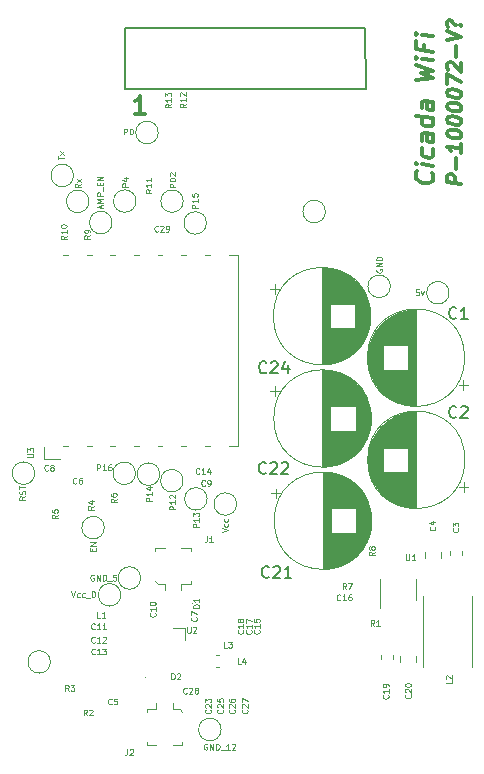
<source format=gto>
G04 #@! TF.GenerationSoftware,KiCad,Pcbnew,(5.1.10)-1*
G04 #@! TF.CreationDate,2021-10-05T13:08:05+05:30*
G04 #@! TF.ProjectId,P-1000072_Cicada Wi-Fi,502d3130-3030-4303-9732-5f4369636164,0.1*
G04 #@! TF.SameCoordinates,PX7cee6c0PY3dfd240*
G04 #@! TF.FileFunction,Legend,Top*
G04 #@! TF.FilePolarity,Positive*
%FSLAX46Y46*%
G04 Gerber Fmt 4.6, Leading zero omitted, Abs format (unit mm)*
G04 Created by KiCad (PCBNEW (5.1.10)-1) date 2021-10-05 13:08:05*
%MOMM*%
%LPD*%
G01*
G04 APERTURE LIST*
%ADD10C,0.350000*%
%ADD11C,0.300000*%
%ADD12C,0.150000*%
%ADD13C,0.120000*%
%ADD14C,0.100000*%
%ADD15C,0.110000*%
G04 APERTURE END LIST*
D10*
X15778254Y-9669328D02*
X15849682Y-9749685D01*
X15921111Y-9972900D01*
X15921111Y-10115757D01*
X15849682Y-10321114D01*
X15706825Y-10446114D01*
X15563968Y-10499685D01*
X15278254Y-10535400D01*
X15063968Y-10508614D01*
X14778254Y-10401471D01*
X14635397Y-10312185D01*
X14492540Y-10151471D01*
X14421111Y-9928257D01*
X14421111Y-9785400D01*
X14492540Y-9580042D01*
X14563968Y-9517542D01*
X15921111Y-9044328D02*
X14921111Y-8919328D01*
X14421111Y-8856828D02*
X14492540Y-8937185D01*
X14563968Y-8874685D01*
X14492540Y-8794328D01*
X14421111Y-8856828D01*
X14563968Y-8874685D01*
X15849682Y-7678257D02*
X15921111Y-7830042D01*
X15921111Y-8115757D01*
X15849682Y-8249685D01*
X15778254Y-8312185D01*
X15635397Y-8365757D01*
X15206825Y-8312185D01*
X15063968Y-8222900D01*
X14992540Y-8142542D01*
X14921111Y-7990757D01*
X14921111Y-7705042D01*
X14992540Y-7571114D01*
X15921111Y-6401471D02*
X15135397Y-6303257D01*
X14992540Y-6356828D01*
X14921111Y-6490757D01*
X14921111Y-6776471D01*
X14992540Y-6928257D01*
X15849682Y-6392542D02*
X15921111Y-6544328D01*
X15921111Y-6901471D01*
X15849682Y-7035400D01*
X15706825Y-7088971D01*
X15563968Y-7071114D01*
X15421111Y-6981828D01*
X15349682Y-6830042D01*
X15349682Y-6472900D01*
X15278254Y-6321114D01*
X15921111Y-5044328D02*
X14421111Y-4856828D01*
X15849682Y-5035400D02*
X15921111Y-5187185D01*
X15921111Y-5472900D01*
X15849682Y-5606828D01*
X15778254Y-5669328D01*
X15635397Y-5722900D01*
X15206825Y-5669328D01*
X15063968Y-5580042D01*
X14992540Y-5499685D01*
X14921111Y-5347900D01*
X14921111Y-5062185D01*
X14992540Y-4928257D01*
X15921111Y-3687185D02*
X15135397Y-3588971D01*
X14992540Y-3642542D01*
X14921111Y-3776471D01*
X14921111Y-4062185D01*
X14992540Y-4213971D01*
X15849682Y-3678257D02*
X15921111Y-3830042D01*
X15921111Y-4187185D01*
X15849682Y-4321114D01*
X15706825Y-4374685D01*
X15563968Y-4356828D01*
X15421111Y-4267542D01*
X15349682Y-4115757D01*
X15349682Y-3758614D01*
X15278254Y-3606828D01*
X14421111Y-1785400D02*
X15921111Y-1615757D01*
X14849682Y-1196114D01*
X15921111Y-1044328D01*
X14421111Y-499685D01*
X15921111Y-115757D02*
X14921111Y9243D01*
X14421111Y71743D02*
X14492540Y-8614D01*
X14563968Y53886D01*
X14492540Y134243D01*
X14421111Y71743D01*
X14563968Y53886D01*
X15135397Y1196743D02*
X15135397Y696743D01*
X15921111Y598529D02*
X14421111Y786029D01*
X14421111Y1500315D01*
X15921111Y1884243D02*
X14921111Y2009243D01*
X14421111Y2071743D02*
X14492540Y1991386D01*
X14563968Y2053886D01*
X14492540Y2134243D01*
X14421111Y2071743D01*
X14563968Y2053886D01*
D11*
X18282857Y-10572142D02*
X17082857Y-10422142D01*
X17082857Y-9965000D01*
X17140000Y-9857857D01*
X17197142Y-9807857D01*
X17311428Y-9765000D01*
X17482857Y-9786428D01*
X17597142Y-9857857D01*
X17654285Y-9922142D01*
X17711428Y-10043571D01*
X17711428Y-10500714D01*
X17825714Y-9315000D02*
X17825714Y-8400714D01*
X18282857Y-7257857D02*
X18282857Y-7943571D01*
X18282857Y-7600714D02*
X17082857Y-7450714D01*
X17254285Y-7586428D01*
X17368571Y-7715000D01*
X17425714Y-7836428D01*
X17082857Y-6365000D02*
X17082857Y-6250714D01*
X17140000Y-6143571D01*
X17197142Y-6093571D01*
X17311428Y-6050714D01*
X17540000Y-6022142D01*
X17825714Y-6057857D01*
X18054285Y-6143571D01*
X18168571Y-6215000D01*
X18225714Y-6279285D01*
X18282857Y-6400714D01*
X18282857Y-6515000D01*
X18225714Y-6622142D01*
X18168571Y-6672142D01*
X18054285Y-6715000D01*
X17825714Y-6743571D01*
X17540000Y-6707857D01*
X17311428Y-6622142D01*
X17197142Y-6550714D01*
X17140000Y-6486428D01*
X17082857Y-6365000D01*
X17082857Y-5222142D02*
X17082857Y-5107857D01*
X17140000Y-5000714D01*
X17197142Y-4950714D01*
X17311428Y-4907857D01*
X17540000Y-4879285D01*
X17825714Y-4915000D01*
X18054285Y-5000714D01*
X18168571Y-5072142D01*
X18225714Y-5136428D01*
X18282857Y-5257857D01*
X18282857Y-5372142D01*
X18225714Y-5479285D01*
X18168571Y-5529285D01*
X18054285Y-5572142D01*
X17825714Y-5600714D01*
X17540000Y-5565000D01*
X17311428Y-5479285D01*
X17197142Y-5407857D01*
X17140000Y-5343571D01*
X17082857Y-5222142D01*
X17082857Y-4079285D02*
X17082857Y-3965000D01*
X17140000Y-3857857D01*
X17197142Y-3807857D01*
X17311428Y-3765000D01*
X17540000Y-3736428D01*
X17825714Y-3772142D01*
X18054285Y-3857857D01*
X18168571Y-3929285D01*
X18225714Y-3993571D01*
X18282857Y-4115000D01*
X18282857Y-4229285D01*
X18225714Y-4336428D01*
X18168571Y-4386428D01*
X18054285Y-4429285D01*
X17825714Y-4457857D01*
X17540000Y-4422142D01*
X17311428Y-4336428D01*
X17197142Y-4265000D01*
X17140000Y-4200714D01*
X17082857Y-4079285D01*
X17082857Y-2936428D02*
X17082857Y-2822142D01*
X17140000Y-2715000D01*
X17197142Y-2665000D01*
X17311428Y-2622142D01*
X17540000Y-2593571D01*
X17825714Y-2629285D01*
X18054285Y-2715000D01*
X18168571Y-2786428D01*
X18225714Y-2850714D01*
X18282857Y-2972142D01*
X18282857Y-3086428D01*
X18225714Y-3193571D01*
X18168571Y-3243571D01*
X18054285Y-3286428D01*
X17825714Y-3315000D01*
X17540000Y-3279285D01*
X17311428Y-3193571D01*
X17197142Y-3122142D01*
X17140000Y-3057857D01*
X17082857Y-2936428D01*
X17082857Y-2136428D02*
X17082857Y-1336428D01*
X18282857Y-2000714D01*
X17197142Y-950714D02*
X17140000Y-886428D01*
X17082857Y-765000D01*
X17082857Y-479285D01*
X17140000Y-372142D01*
X17197142Y-322142D01*
X17311428Y-279285D01*
X17425714Y-293571D01*
X17597142Y-372142D01*
X18282857Y-1143571D01*
X18282857Y-400714D01*
X17825714Y170715D02*
X17825714Y1085000D01*
X17082857Y1577858D02*
X18282857Y1827858D01*
X17082857Y2377858D01*
X18168571Y2813572D02*
X18225714Y2863572D01*
X18282857Y2799286D01*
X18225714Y2749286D01*
X18168571Y2813572D01*
X18282857Y2799286D01*
X17140000Y2713572D02*
X17082857Y2835000D01*
X17082857Y3120715D01*
X17140000Y3227858D01*
X17254285Y3270715D01*
X17368571Y3256429D01*
X17482857Y3185000D01*
X17540000Y3120715D01*
X17597142Y2999286D01*
X17654285Y2935000D01*
X17768571Y2863572D01*
X17825714Y2856429D01*
D12*
X10200000Y-2600000D02*
X-10150000Y-2600000D01*
X10150000Y2600000D02*
X10200000Y-2600000D01*
X-10150000Y2600000D02*
X10150000Y2600000D01*
X-10150000Y-2550000D02*
X-10150000Y2600000D01*
D11*
X-8471429Y-4678571D02*
X-9328572Y-4678571D01*
X-8900000Y-4678571D02*
X-8900000Y-3178571D01*
X-9042858Y-3392857D01*
X-9185715Y-3535714D01*
X-9328572Y-3607142D01*
D13*
X-5141720Y-48188880D02*
X-6141720Y-48188880D01*
X-5135880Y-48209200D02*
X-5135880Y-49209200D01*
X-11943040Y-39702740D02*
G75*
G03*
X-11943040Y-39702740I-950000J0D01*
G01*
X2520702Y-27742140D02*
X2520702Y-28542140D01*
X2120702Y-28142140D02*
X2920702Y-28142140D01*
X10611400Y-29924140D02*
X10611400Y-30990140D01*
X10571400Y-29689140D02*
X10571400Y-31225140D01*
X10531400Y-29509140D02*
X10531400Y-31405140D01*
X10491400Y-29359140D02*
X10491400Y-31555140D01*
X10451400Y-29228140D02*
X10451400Y-31686140D01*
X10411400Y-29111140D02*
X10411400Y-31803140D01*
X10371400Y-29004140D02*
X10371400Y-31910140D01*
X10331400Y-28905140D02*
X10331400Y-32009140D01*
X10291400Y-28812140D02*
X10291400Y-32102140D01*
X10251400Y-28726140D02*
X10251400Y-32188140D01*
X10211400Y-28644140D02*
X10211400Y-32270140D01*
X10171400Y-28567140D02*
X10171400Y-32347140D01*
X10131400Y-28493140D02*
X10131400Y-32421140D01*
X10091400Y-28423140D02*
X10091400Y-32491140D01*
X10051400Y-28355140D02*
X10051400Y-32559140D01*
X10011400Y-28291140D02*
X10011400Y-32623140D01*
X9971400Y-28229140D02*
X9971400Y-32685140D01*
X9931400Y-28170140D02*
X9931400Y-32744140D01*
X9891400Y-28112140D02*
X9891400Y-32802140D01*
X9851400Y-28057140D02*
X9851400Y-32857140D01*
X9811400Y-28003140D02*
X9811400Y-32911140D01*
X9771400Y-27952140D02*
X9771400Y-32962140D01*
X9731400Y-27901140D02*
X9731400Y-33013140D01*
X9691400Y-27853140D02*
X9691400Y-33061140D01*
X9651400Y-27806140D02*
X9651400Y-33108140D01*
X9611400Y-27760140D02*
X9611400Y-33154140D01*
X9571400Y-27716140D02*
X9571400Y-33198140D01*
X9531400Y-27673140D02*
X9531400Y-33241140D01*
X9491400Y-27631140D02*
X9491400Y-33283140D01*
X9451400Y-27590140D02*
X9451400Y-33324140D01*
X9411400Y-27550140D02*
X9411400Y-33364140D01*
X9371400Y-27512140D02*
X9371400Y-33402140D01*
X9331400Y-27474140D02*
X9331400Y-33440140D01*
X9291400Y-31497140D02*
X9291400Y-33476140D01*
X9291400Y-27438140D02*
X9291400Y-29417140D01*
X9251400Y-31497140D02*
X9251400Y-33512140D01*
X9251400Y-27402140D02*
X9251400Y-29417140D01*
X9211400Y-31497140D02*
X9211400Y-33547140D01*
X9211400Y-27367140D02*
X9211400Y-29417140D01*
X9171400Y-31497140D02*
X9171400Y-33581140D01*
X9171400Y-27333140D02*
X9171400Y-29417140D01*
X9131400Y-31497140D02*
X9131400Y-33613140D01*
X9131400Y-27301140D02*
X9131400Y-29417140D01*
X9091400Y-31497140D02*
X9091400Y-33646140D01*
X9091400Y-27268140D02*
X9091400Y-29417140D01*
X9051400Y-31497140D02*
X9051400Y-33677140D01*
X9051400Y-27237140D02*
X9051400Y-29417140D01*
X9011400Y-31497140D02*
X9011400Y-33707140D01*
X9011400Y-27207140D02*
X9011400Y-29417140D01*
X8971400Y-31497140D02*
X8971400Y-33737140D01*
X8971400Y-27177140D02*
X8971400Y-29417140D01*
X8931400Y-31497140D02*
X8931400Y-33766140D01*
X8931400Y-27148140D02*
X8931400Y-29417140D01*
X8891400Y-31497140D02*
X8891400Y-33795140D01*
X8891400Y-27119140D02*
X8891400Y-29417140D01*
X8851400Y-31497140D02*
X8851400Y-33822140D01*
X8851400Y-27092140D02*
X8851400Y-29417140D01*
X8811400Y-31497140D02*
X8811400Y-33849140D01*
X8811400Y-27065140D02*
X8811400Y-29417140D01*
X8771400Y-31497140D02*
X8771400Y-33875140D01*
X8771400Y-27039140D02*
X8771400Y-29417140D01*
X8731400Y-31497140D02*
X8731400Y-33901140D01*
X8731400Y-27013140D02*
X8731400Y-29417140D01*
X8691400Y-31497140D02*
X8691400Y-33926140D01*
X8691400Y-26988140D02*
X8691400Y-29417140D01*
X8651400Y-31497140D02*
X8651400Y-33950140D01*
X8651400Y-26964140D02*
X8651400Y-29417140D01*
X8611400Y-31497140D02*
X8611400Y-33974140D01*
X8611400Y-26940140D02*
X8611400Y-29417140D01*
X8571400Y-31497140D02*
X8571400Y-33997140D01*
X8571400Y-26917140D02*
X8571400Y-29417140D01*
X8531400Y-31497140D02*
X8531400Y-34019140D01*
X8531400Y-26895140D02*
X8531400Y-29417140D01*
X8491400Y-31497140D02*
X8491400Y-34041140D01*
X8491400Y-26873140D02*
X8491400Y-29417140D01*
X8451400Y-31497140D02*
X8451400Y-34063140D01*
X8451400Y-26851140D02*
X8451400Y-29417140D01*
X8411400Y-31497140D02*
X8411400Y-34084140D01*
X8411400Y-26830140D02*
X8411400Y-29417140D01*
X8371400Y-31497140D02*
X8371400Y-34104140D01*
X8371400Y-26810140D02*
X8371400Y-29417140D01*
X8331400Y-31497140D02*
X8331400Y-34123140D01*
X8331400Y-26791140D02*
X8331400Y-29417140D01*
X8291400Y-31497140D02*
X8291400Y-34143140D01*
X8291400Y-26771140D02*
X8291400Y-29417140D01*
X8251400Y-31497140D02*
X8251400Y-34161140D01*
X8251400Y-26753140D02*
X8251400Y-29417140D01*
X8211400Y-31497140D02*
X8211400Y-34179140D01*
X8211400Y-26735140D02*
X8211400Y-29417140D01*
X8171400Y-31497140D02*
X8171400Y-34197140D01*
X8171400Y-26717140D02*
X8171400Y-29417140D01*
X8131400Y-31497140D02*
X8131400Y-34214140D01*
X8131400Y-26700140D02*
X8131400Y-29417140D01*
X8091400Y-31497140D02*
X8091400Y-34231140D01*
X8091400Y-26683140D02*
X8091400Y-29417140D01*
X8051400Y-31497140D02*
X8051400Y-34247140D01*
X8051400Y-26667140D02*
X8051400Y-29417140D01*
X8011400Y-31497140D02*
X8011400Y-34262140D01*
X8011400Y-26652140D02*
X8011400Y-29417140D01*
X7971400Y-31497140D02*
X7971400Y-34278140D01*
X7971400Y-26636140D02*
X7971400Y-29417140D01*
X7931400Y-31497140D02*
X7931400Y-34292140D01*
X7931400Y-26622140D02*
X7931400Y-29417140D01*
X7891400Y-31497140D02*
X7891400Y-34307140D01*
X7891400Y-26607140D02*
X7891400Y-29417140D01*
X7851400Y-31497140D02*
X7851400Y-34320140D01*
X7851400Y-26594140D02*
X7851400Y-29417140D01*
X7811400Y-31497140D02*
X7811400Y-34334140D01*
X7811400Y-26580140D02*
X7811400Y-29417140D01*
X7771400Y-31497140D02*
X7771400Y-34346140D01*
X7771400Y-26568140D02*
X7771400Y-29417140D01*
X7731400Y-31497140D02*
X7731400Y-34359140D01*
X7731400Y-26555140D02*
X7731400Y-29417140D01*
X7691400Y-31497140D02*
X7691400Y-34371140D01*
X7691400Y-26543140D02*
X7691400Y-29417140D01*
X7651400Y-31497140D02*
X7651400Y-34382140D01*
X7651400Y-26532140D02*
X7651400Y-29417140D01*
X7611400Y-31497140D02*
X7611400Y-34393140D01*
X7611400Y-26521140D02*
X7611400Y-29417140D01*
X7571400Y-31497140D02*
X7571400Y-34404140D01*
X7571400Y-26510140D02*
X7571400Y-29417140D01*
X7531400Y-31497140D02*
X7531400Y-34414140D01*
X7531400Y-26500140D02*
X7531400Y-29417140D01*
X7491400Y-31497140D02*
X7491400Y-34424140D01*
X7491400Y-26490140D02*
X7491400Y-29417140D01*
X7451400Y-31497140D02*
X7451400Y-34433140D01*
X7451400Y-26481140D02*
X7451400Y-29417140D01*
X7411400Y-31497140D02*
X7411400Y-34442140D01*
X7411400Y-26472140D02*
X7411400Y-29417140D01*
X7371400Y-31497140D02*
X7371400Y-34451140D01*
X7371400Y-26463140D02*
X7371400Y-29417140D01*
X7331400Y-31497140D02*
X7331400Y-34459140D01*
X7331400Y-26455140D02*
X7331400Y-29417140D01*
X7291400Y-31497140D02*
X7291400Y-34467140D01*
X7291400Y-26447140D02*
X7291400Y-29417140D01*
X7251400Y-31497140D02*
X7251400Y-34474140D01*
X7251400Y-26440140D02*
X7251400Y-29417140D01*
X7210400Y-26433140D02*
X7210400Y-34481140D01*
X7170400Y-26427140D02*
X7170400Y-34487140D01*
X7130400Y-26420140D02*
X7130400Y-34494140D01*
X7090400Y-26415140D02*
X7090400Y-34499140D01*
X7050400Y-26409140D02*
X7050400Y-34505140D01*
X7010400Y-26405140D02*
X7010400Y-34509140D01*
X6970400Y-26400140D02*
X6970400Y-34514140D01*
X6930400Y-26396140D02*
X6930400Y-34518140D01*
X6890400Y-26392140D02*
X6890400Y-34522140D01*
X6850400Y-26389140D02*
X6850400Y-34525140D01*
X6810400Y-26386140D02*
X6810400Y-34528140D01*
X6770400Y-26383140D02*
X6770400Y-34531140D01*
X6730400Y-26381140D02*
X6730400Y-34533140D01*
X6690400Y-26380140D02*
X6690400Y-34534140D01*
X6650400Y-26378140D02*
X6650400Y-34536140D01*
X6610400Y-26377140D02*
X6610400Y-34537140D01*
X6570400Y-26377140D02*
X6570400Y-34537140D01*
X6530400Y-26377140D02*
X6530400Y-34537140D01*
X10650400Y-30457140D02*
G75*
G03*
X10650400Y-30457140I-4120000J0D01*
G01*
X2480062Y-19083280D02*
X2480062Y-19883280D01*
X2080062Y-19483280D02*
X2880062Y-19483280D01*
X10570760Y-21265280D02*
X10570760Y-22331280D01*
X10530760Y-21030280D02*
X10530760Y-22566280D01*
X10490760Y-20850280D02*
X10490760Y-22746280D01*
X10450760Y-20700280D02*
X10450760Y-22896280D01*
X10410760Y-20569280D02*
X10410760Y-23027280D01*
X10370760Y-20452280D02*
X10370760Y-23144280D01*
X10330760Y-20345280D02*
X10330760Y-23251280D01*
X10290760Y-20246280D02*
X10290760Y-23350280D01*
X10250760Y-20153280D02*
X10250760Y-23443280D01*
X10210760Y-20067280D02*
X10210760Y-23529280D01*
X10170760Y-19985280D02*
X10170760Y-23611280D01*
X10130760Y-19908280D02*
X10130760Y-23688280D01*
X10090760Y-19834280D02*
X10090760Y-23762280D01*
X10050760Y-19764280D02*
X10050760Y-23832280D01*
X10010760Y-19696280D02*
X10010760Y-23900280D01*
X9970760Y-19632280D02*
X9970760Y-23964280D01*
X9930760Y-19570280D02*
X9930760Y-24026280D01*
X9890760Y-19511280D02*
X9890760Y-24085280D01*
X9850760Y-19453280D02*
X9850760Y-24143280D01*
X9810760Y-19398280D02*
X9810760Y-24198280D01*
X9770760Y-19344280D02*
X9770760Y-24252280D01*
X9730760Y-19293280D02*
X9730760Y-24303280D01*
X9690760Y-19242280D02*
X9690760Y-24354280D01*
X9650760Y-19194280D02*
X9650760Y-24402280D01*
X9610760Y-19147280D02*
X9610760Y-24449280D01*
X9570760Y-19101280D02*
X9570760Y-24495280D01*
X9530760Y-19057280D02*
X9530760Y-24539280D01*
X9490760Y-19014280D02*
X9490760Y-24582280D01*
X9450760Y-18972280D02*
X9450760Y-24624280D01*
X9410760Y-18931280D02*
X9410760Y-24665280D01*
X9370760Y-18891280D02*
X9370760Y-24705280D01*
X9330760Y-18853280D02*
X9330760Y-24743280D01*
X9290760Y-18815280D02*
X9290760Y-24781280D01*
X9250760Y-22838280D02*
X9250760Y-24817280D01*
X9250760Y-18779280D02*
X9250760Y-20758280D01*
X9210760Y-22838280D02*
X9210760Y-24853280D01*
X9210760Y-18743280D02*
X9210760Y-20758280D01*
X9170760Y-22838280D02*
X9170760Y-24888280D01*
X9170760Y-18708280D02*
X9170760Y-20758280D01*
X9130760Y-22838280D02*
X9130760Y-24922280D01*
X9130760Y-18674280D02*
X9130760Y-20758280D01*
X9090760Y-22838280D02*
X9090760Y-24954280D01*
X9090760Y-18642280D02*
X9090760Y-20758280D01*
X9050760Y-22838280D02*
X9050760Y-24987280D01*
X9050760Y-18609280D02*
X9050760Y-20758280D01*
X9010760Y-22838280D02*
X9010760Y-25018280D01*
X9010760Y-18578280D02*
X9010760Y-20758280D01*
X8970760Y-22838280D02*
X8970760Y-25048280D01*
X8970760Y-18548280D02*
X8970760Y-20758280D01*
X8930760Y-22838280D02*
X8930760Y-25078280D01*
X8930760Y-18518280D02*
X8930760Y-20758280D01*
X8890760Y-22838280D02*
X8890760Y-25107280D01*
X8890760Y-18489280D02*
X8890760Y-20758280D01*
X8850760Y-22838280D02*
X8850760Y-25136280D01*
X8850760Y-18460280D02*
X8850760Y-20758280D01*
X8810760Y-22838280D02*
X8810760Y-25163280D01*
X8810760Y-18433280D02*
X8810760Y-20758280D01*
X8770760Y-22838280D02*
X8770760Y-25190280D01*
X8770760Y-18406280D02*
X8770760Y-20758280D01*
X8730760Y-22838280D02*
X8730760Y-25216280D01*
X8730760Y-18380280D02*
X8730760Y-20758280D01*
X8690760Y-22838280D02*
X8690760Y-25242280D01*
X8690760Y-18354280D02*
X8690760Y-20758280D01*
X8650760Y-22838280D02*
X8650760Y-25267280D01*
X8650760Y-18329280D02*
X8650760Y-20758280D01*
X8610760Y-22838280D02*
X8610760Y-25291280D01*
X8610760Y-18305280D02*
X8610760Y-20758280D01*
X8570760Y-22838280D02*
X8570760Y-25315280D01*
X8570760Y-18281280D02*
X8570760Y-20758280D01*
X8530760Y-22838280D02*
X8530760Y-25338280D01*
X8530760Y-18258280D02*
X8530760Y-20758280D01*
X8490760Y-22838280D02*
X8490760Y-25360280D01*
X8490760Y-18236280D02*
X8490760Y-20758280D01*
X8450760Y-22838280D02*
X8450760Y-25382280D01*
X8450760Y-18214280D02*
X8450760Y-20758280D01*
X8410760Y-22838280D02*
X8410760Y-25404280D01*
X8410760Y-18192280D02*
X8410760Y-20758280D01*
X8370760Y-22838280D02*
X8370760Y-25425280D01*
X8370760Y-18171280D02*
X8370760Y-20758280D01*
X8330760Y-22838280D02*
X8330760Y-25445280D01*
X8330760Y-18151280D02*
X8330760Y-20758280D01*
X8290760Y-22838280D02*
X8290760Y-25464280D01*
X8290760Y-18132280D02*
X8290760Y-20758280D01*
X8250760Y-22838280D02*
X8250760Y-25484280D01*
X8250760Y-18112280D02*
X8250760Y-20758280D01*
X8210760Y-22838280D02*
X8210760Y-25502280D01*
X8210760Y-18094280D02*
X8210760Y-20758280D01*
X8170760Y-22838280D02*
X8170760Y-25520280D01*
X8170760Y-18076280D02*
X8170760Y-20758280D01*
X8130760Y-22838280D02*
X8130760Y-25538280D01*
X8130760Y-18058280D02*
X8130760Y-20758280D01*
X8090760Y-22838280D02*
X8090760Y-25555280D01*
X8090760Y-18041280D02*
X8090760Y-20758280D01*
X8050760Y-22838280D02*
X8050760Y-25572280D01*
X8050760Y-18024280D02*
X8050760Y-20758280D01*
X8010760Y-22838280D02*
X8010760Y-25588280D01*
X8010760Y-18008280D02*
X8010760Y-20758280D01*
X7970760Y-22838280D02*
X7970760Y-25603280D01*
X7970760Y-17993280D02*
X7970760Y-20758280D01*
X7930760Y-22838280D02*
X7930760Y-25619280D01*
X7930760Y-17977280D02*
X7930760Y-20758280D01*
X7890760Y-22838280D02*
X7890760Y-25633280D01*
X7890760Y-17963280D02*
X7890760Y-20758280D01*
X7850760Y-22838280D02*
X7850760Y-25648280D01*
X7850760Y-17948280D02*
X7850760Y-20758280D01*
X7810760Y-22838280D02*
X7810760Y-25661280D01*
X7810760Y-17935280D02*
X7810760Y-20758280D01*
X7770760Y-22838280D02*
X7770760Y-25675280D01*
X7770760Y-17921280D02*
X7770760Y-20758280D01*
X7730760Y-22838280D02*
X7730760Y-25687280D01*
X7730760Y-17909280D02*
X7730760Y-20758280D01*
X7690760Y-22838280D02*
X7690760Y-25700280D01*
X7690760Y-17896280D02*
X7690760Y-20758280D01*
X7650760Y-22838280D02*
X7650760Y-25712280D01*
X7650760Y-17884280D02*
X7650760Y-20758280D01*
X7610760Y-22838280D02*
X7610760Y-25723280D01*
X7610760Y-17873280D02*
X7610760Y-20758280D01*
X7570760Y-22838280D02*
X7570760Y-25734280D01*
X7570760Y-17862280D02*
X7570760Y-20758280D01*
X7530760Y-22838280D02*
X7530760Y-25745280D01*
X7530760Y-17851280D02*
X7530760Y-20758280D01*
X7490760Y-22838280D02*
X7490760Y-25755280D01*
X7490760Y-17841280D02*
X7490760Y-20758280D01*
X7450760Y-22838280D02*
X7450760Y-25765280D01*
X7450760Y-17831280D02*
X7450760Y-20758280D01*
X7410760Y-22838280D02*
X7410760Y-25774280D01*
X7410760Y-17822280D02*
X7410760Y-20758280D01*
X7370760Y-22838280D02*
X7370760Y-25783280D01*
X7370760Y-17813280D02*
X7370760Y-20758280D01*
X7330760Y-22838280D02*
X7330760Y-25792280D01*
X7330760Y-17804280D02*
X7330760Y-20758280D01*
X7290760Y-22838280D02*
X7290760Y-25800280D01*
X7290760Y-17796280D02*
X7290760Y-20758280D01*
X7250760Y-22838280D02*
X7250760Y-25808280D01*
X7250760Y-17788280D02*
X7250760Y-20758280D01*
X7210760Y-22838280D02*
X7210760Y-25815280D01*
X7210760Y-17781280D02*
X7210760Y-20758280D01*
X7169760Y-17774280D02*
X7169760Y-25822280D01*
X7129760Y-17768280D02*
X7129760Y-25828280D01*
X7089760Y-17761280D02*
X7089760Y-25835280D01*
X7049760Y-17756280D02*
X7049760Y-25840280D01*
X7009760Y-17750280D02*
X7009760Y-25846280D01*
X6969760Y-17746280D02*
X6969760Y-25850280D01*
X6929760Y-17741280D02*
X6929760Y-25855280D01*
X6889760Y-17737280D02*
X6889760Y-25859280D01*
X6849760Y-17733280D02*
X6849760Y-25863280D01*
X6809760Y-17730280D02*
X6809760Y-25866280D01*
X6769760Y-17727280D02*
X6769760Y-25869280D01*
X6729760Y-17724280D02*
X6729760Y-25872280D01*
X6689760Y-17722280D02*
X6689760Y-25874280D01*
X6649760Y-17721280D02*
X6649760Y-25875280D01*
X6609760Y-17719280D02*
X6609760Y-25877280D01*
X6569760Y-17718280D02*
X6569760Y-25878280D01*
X6529760Y-17718280D02*
X6529760Y-25878280D01*
X6489760Y-17718280D02*
X6489760Y-25878280D01*
X10609760Y-21798280D02*
G75*
G03*
X10609760Y-21798280I-4120000J0D01*
G01*
D14*
X-4473400Y-46131480D02*
G75*
G03*
X-4473400Y-46131480I-50000J0D01*
G01*
D13*
X-2054820Y-56794400D02*
G75*
G03*
X-2054820Y-56794400I-950000J0D01*
G01*
X-10543500Y-45394880D02*
G75*
G03*
X-10543500Y-45394880I-950000J0D01*
G01*
X-8864560Y-43967400D02*
G75*
G03*
X-8864560Y-43967400I-950000J0D01*
G01*
X-7552920Y-55079900D02*
X-7552920Y-54579900D01*
X-6152920Y-55079900D02*
X-6152920Y-54579900D01*
X-6152920Y-55079900D02*
X-5552920Y-55079900D01*
X-5552920Y-55079900D02*
X-5352920Y-55279900D01*
X-8352920Y-55279900D02*
X-8352920Y-55079900D01*
X-8352920Y-55079900D02*
X-7552920Y-55079900D01*
X-7552920Y-58079900D02*
X-8352920Y-58079900D01*
X-8352920Y-58079900D02*
X-8352920Y-57879900D01*
X-5352920Y-57879900D02*
X-5352920Y-58079900D01*
X-5352920Y-58079900D02*
X-6152920Y-58079900D01*
X-16504880Y-51069240D02*
G75*
G03*
X-16504880Y-51069240I-950000J0D01*
G01*
X-2517459Y-51482720D02*
X-2191901Y-51482720D01*
X-2517459Y-50462720D02*
X-2191901Y-50462720D01*
X-15020000Y-32830000D02*
X-15420000Y-32830000D01*
X-3020000Y-16590000D02*
X-3420000Y-16590000D01*
X-9020000Y-32830000D02*
X-9420000Y-32830000D01*
X-15020000Y-16590000D02*
X-15420000Y-16590000D01*
X-7020000Y-16590000D02*
X-7420000Y-16590000D01*
X-7020000Y-32830000D02*
X-7420000Y-32830000D01*
X-3020000Y-32830000D02*
X-3420000Y-32830000D01*
X-1420000Y-16590000D02*
X-600000Y-16590000D01*
X-16704800Y-33860000D02*
X-15704800Y-33860000D01*
X-9020000Y-16590000D02*
X-9420000Y-16590000D01*
X-11020000Y-32830000D02*
X-11420000Y-32830000D01*
X-600000Y-16590000D02*
X-600000Y-32830000D01*
X-600000Y-32830000D02*
X-1420000Y-32830000D01*
X-5020000Y-16590000D02*
X-5420000Y-16590000D01*
X-11020000Y-16590000D02*
X-11420000Y-16590000D01*
X-5020000Y-32830000D02*
X-5420000Y-32830000D01*
X-13020000Y-32830000D02*
X-13420000Y-32830000D01*
X-13020000Y-16590000D02*
X-13420000Y-16590000D01*
X-17009600Y-33868480D02*
X-17009600Y-32868480D01*
X-17004520Y-33864160D02*
X-16740360Y-33864160D01*
X12283480Y-19273520D02*
G75*
G03*
X12283480Y-19273520I-950000J0D01*
G01*
X18572540Y-25318720D02*
G75*
G03*
X18572540Y-25318720I-4120000J0D01*
G01*
X14452540Y-29398720D02*
X14452540Y-21238720D01*
X14412540Y-29398720D02*
X14412540Y-21238720D01*
X14372540Y-29398720D02*
X14372540Y-21238720D01*
X14332540Y-29397720D02*
X14332540Y-21239720D01*
X14292540Y-29395720D02*
X14292540Y-21241720D01*
X14252540Y-29394720D02*
X14252540Y-21242720D01*
X14212540Y-29392720D02*
X14212540Y-21244720D01*
X14172540Y-29389720D02*
X14172540Y-21247720D01*
X14132540Y-29386720D02*
X14132540Y-21250720D01*
X14092540Y-29383720D02*
X14092540Y-21253720D01*
X14052540Y-29379720D02*
X14052540Y-21257720D01*
X14012540Y-29375720D02*
X14012540Y-21261720D01*
X13972540Y-29370720D02*
X13972540Y-21266720D01*
X13932540Y-29366720D02*
X13932540Y-21270720D01*
X13892540Y-29360720D02*
X13892540Y-21276720D01*
X13852540Y-29355720D02*
X13852540Y-21281720D01*
X13812540Y-29348720D02*
X13812540Y-21288720D01*
X13772540Y-29342720D02*
X13772540Y-21294720D01*
X13731540Y-29335720D02*
X13731540Y-26358720D01*
X13731540Y-24278720D02*
X13731540Y-21301720D01*
X13691540Y-29328720D02*
X13691540Y-26358720D01*
X13691540Y-24278720D02*
X13691540Y-21308720D01*
X13651540Y-29320720D02*
X13651540Y-26358720D01*
X13651540Y-24278720D02*
X13651540Y-21316720D01*
X13611540Y-29312720D02*
X13611540Y-26358720D01*
X13611540Y-24278720D02*
X13611540Y-21324720D01*
X13571540Y-29303720D02*
X13571540Y-26358720D01*
X13571540Y-24278720D02*
X13571540Y-21333720D01*
X13531540Y-29294720D02*
X13531540Y-26358720D01*
X13531540Y-24278720D02*
X13531540Y-21342720D01*
X13491540Y-29285720D02*
X13491540Y-26358720D01*
X13491540Y-24278720D02*
X13491540Y-21351720D01*
X13451540Y-29275720D02*
X13451540Y-26358720D01*
X13451540Y-24278720D02*
X13451540Y-21361720D01*
X13411540Y-29265720D02*
X13411540Y-26358720D01*
X13411540Y-24278720D02*
X13411540Y-21371720D01*
X13371540Y-29254720D02*
X13371540Y-26358720D01*
X13371540Y-24278720D02*
X13371540Y-21382720D01*
X13331540Y-29243720D02*
X13331540Y-26358720D01*
X13331540Y-24278720D02*
X13331540Y-21393720D01*
X13291540Y-29232720D02*
X13291540Y-26358720D01*
X13291540Y-24278720D02*
X13291540Y-21404720D01*
X13251540Y-29220720D02*
X13251540Y-26358720D01*
X13251540Y-24278720D02*
X13251540Y-21416720D01*
X13211540Y-29207720D02*
X13211540Y-26358720D01*
X13211540Y-24278720D02*
X13211540Y-21429720D01*
X13171540Y-29195720D02*
X13171540Y-26358720D01*
X13171540Y-24278720D02*
X13171540Y-21441720D01*
X13131540Y-29181720D02*
X13131540Y-26358720D01*
X13131540Y-24278720D02*
X13131540Y-21455720D01*
X13091540Y-29168720D02*
X13091540Y-26358720D01*
X13091540Y-24278720D02*
X13091540Y-21468720D01*
X13051540Y-29153720D02*
X13051540Y-26358720D01*
X13051540Y-24278720D02*
X13051540Y-21483720D01*
X13011540Y-29139720D02*
X13011540Y-26358720D01*
X13011540Y-24278720D02*
X13011540Y-21497720D01*
X12971540Y-29123720D02*
X12971540Y-26358720D01*
X12971540Y-24278720D02*
X12971540Y-21513720D01*
X12931540Y-29108720D02*
X12931540Y-26358720D01*
X12931540Y-24278720D02*
X12931540Y-21528720D01*
X12891540Y-29092720D02*
X12891540Y-26358720D01*
X12891540Y-24278720D02*
X12891540Y-21544720D01*
X12851540Y-29075720D02*
X12851540Y-26358720D01*
X12851540Y-24278720D02*
X12851540Y-21561720D01*
X12811540Y-29058720D02*
X12811540Y-26358720D01*
X12811540Y-24278720D02*
X12811540Y-21578720D01*
X12771540Y-29040720D02*
X12771540Y-26358720D01*
X12771540Y-24278720D02*
X12771540Y-21596720D01*
X12731540Y-29022720D02*
X12731540Y-26358720D01*
X12731540Y-24278720D02*
X12731540Y-21614720D01*
X12691540Y-29004720D02*
X12691540Y-26358720D01*
X12691540Y-24278720D02*
X12691540Y-21632720D01*
X12651540Y-28984720D02*
X12651540Y-26358720D01*
X12651540Y-24278720D02*
X12651540Y-21652720D01*
X12611540Y-28965720D02*
X12611540Y-26358720D01*
X12611540Y-24278720D02*
X12611540Y-21671720D01*
X12571540Y-28945720D02*
X12571540Y-26358720D01*
X12571540Y-24278720D02*
X12571540Y-21691720D01*
X12531540Y-28924720D02*
X12531540Y-26358720D01*
X12531540Y-24278720D02*
X12531540Y-21712720D01*
X12491540Y-28902720D02*
X12491540Y-26358720D01*
X12491540Y-24278720D02*
X12491540Y-21734720D01*
X12451540Y-28880720D02*
X12451540Y-26358720D01*
X12451540Y-24278720D02*
X12451540Y-21756720D01*
X12411540Y-28858720D02*
X12411540Y-26358720D01*
X12411540Y-24278720D02*
X12411540Y-21778720D01*
X12371540Y-28835720D02*
X12371540Y-26358720D01*
X12371540Y-24278720D02*
X12371540Y-21801720D01*
X12331540Y-28811720D02*
X12331540Y-26358720D01*
X12331540Y-24278720D02*
X12331540Y-21825720D01*
X12291540Y-28787720D02*
X12291540Y-26358720D01*
X12291540Y-24278720D02*
X12291540Y-21849720D01*
X12251540Y-28762720D02*
X12251540Y-26358720D01*
X12251540Y-24278720D02*
X12251540Y-21874720D01*
X12211540Y-28736720D02*
X12211540Y-26358720D01*
X12211540Y-24278720D02*
X12211540Y-21900720D01*
X12171540Y-28710720D02*
X12171540Y-26358720D01*
X12171540Y-24278720D02*
X12171540Y-21926720D01*
X12131540Y-28683720D02*
X12131540Y-26358720D01*
X12131540Y-24278720D02*
X12131540Y-21953720D01*
X12091540Y-28656720D02*
X12091540Y-26358720D01*
X12091540Y-24278720D02*
X12091540Y-21980720D01*
X12051540Y-28627720D02*
X12051540Y-26358720D01*
X12051540Y-24278720D02*
X12051540Y-22009720D01*
X12011540Y-28598720D02*
X12011540Y-26358720D01*
X12011540Y-24278720D02*
X12011540Y-22038720D01*
X11971540Y-28568720D02*
X11971540Y-26358720D01*
X11971540Y-24278720D02*
X11971540Y-22068720D01*
X11931540Y-28538720D02*
X11931540Y-26358720D01*
X11931540Y-24278720D02*
X11931540Y-22098720D01*
X11891540Y-28507720D02*
X11891540Y-26358720D01*
X11891540Y-24278720D02*
X11891540Y-22129720D01*
X11851540Y-28474720D02*
X11851540Y-26358720D01*
X11851540Y-24278720D02*
X11851540Y-22162720D01*
X11811540Y-28442720D02*
X11811540Y-26358720D01*
X11811540Y-24278720D02*
X11811540Y-22194720D01*
X11771540Y-28408720D02*
X11771540Y-26358720D01*
X11771540Y-24278720D02*
X11771540Y-22228720D01*
X11731540Y-28373720D02*
X11731540Y-26358720D01*
X11731540Y-24278720D02*
X11731540Y-22263720D01*
X11691540Y-28337720D02*
X11691540Y-26358720D01*
X11691540Y-24278720D02*
X11691540Y-22299720D01*
X11651540Y-28301720D02*
X11651540Y-22335720D01*
X11611540Y-28263720D02*
X11611540Y-22373720D01*
X11571540Y-28225720D02*
X11571540Y-22411720D01*
X11531540Y-28185720D02*
X11531540Y-22451720D01*
X11491540Y-28144720D02*
X11491540Y-22492720D01*
X11451540Y-28102720D02*
X11451540Y-22534720D01*
X11411540Y-28059720D02*
X11411540Y-22577720D01*
X11371540Y-28015720D02*
X11371540Y-22621720D01*
X11331540Y-27969720D02*
X11331540Y-22667720D01*
X11291540Y-27922720D02*
X11291540Y-22714720D01*
X11251540Y-27874720D02*
X11251540Y-22762720D01*
X11211540Y-27823720D02*
X11211540Y-22813720D01*
X11171540Y-27772720D02*
X11171540Y-22864720D01*
X11131540Y-27718720D02*
X11131540Y-22918720D01*
X11091540Y-27663720D02*
X11091540Y-22973720D01*
X11051540Y-27605720D02*
X11051540Y-23031720D01*
X11011540Y-27546720D02*
X11011540Y-23090720D01*
X10971540Y-27484720D02*
X10971540Y-23152720D01*
X10931540Y-27420720D02*
X10931540Y-23216720D01*
X10891540Y-27352720D02*
X10891540Y-23284720D01*
X10851540Y-27282720D02*
X10851540Y-23354720D01*
X10811540Y-27208720D02*
X10811540Y-23428720D01*
X10771540Y-27131720D02*
X10771540Y-23505720D01*
X10731540Y-27049720D02*
X10731540Y-23587720D01*
X10691540Y-26963720D02*
X10691540Y-23673720D01*
X10651540Y-26870720D02*
X10651540Y-23766720D01*
X10611540Y-26771720D02*
X10611540Y-23865720D01*
X10571540Y-26664720D02*
X10571540Y-23972720D01*
X10531540Y-26547720D02*
X10531540Y-24089720D01*
X10491540Y-26416720D02*
X10491540Y-24220720D01*
X10451540Y-26266720D02*
X10451540Y-24370720D01*
X10411540Y-26086720D02*
X10411540Y-24550720D01*
X10371540Y-25851720D02*
X10371540Y-24785720D01*
X18862238Y-27633720D02*
X18062238Y-27633720D01*
X18462238Y-28033720D02*
X18462238Y-27233720D01*
X18482558Y-36677340D02*
X18482558Y-35877340D01*
X18882558Y-36277340D02*
X18082558Y-36277340D01*
X10391860Y-34495340D02*
X10391860Y-33429340D01*
X10431860Y-34730340D02*
X10431860Y-33194340D01*
X10471860Y-34910340D02*
X10471860Y-33014340D01*
X10511860Y-35060340D02*
X10511860Y-32864340D01*
X10551860Y-35191340D02*
X10551860Y-32733340D01*
X10591860Y-35308340D02*
X10591860Y-32616340D01*
X10631860Y-35415340D02*
X10631860Y-32509340D01*
X10671860Y-35514340D02*
X10671860Y-32410340D01*
X10711860Y-35607340D02*
X10711860Y-32317340D01*
X10751860Y-35693340D02*
X10751860Y-32231340D01*
X10791860Y-35775340D02*
X10791860Y-32149340D01*
X10831860Y-35852340D02*
X10831860Y-32072340D01*
X10871860Y-35926340D02*
X10871860Y-31998340D01*
X10911860Y-35996340D02*
X10911860Y-31928340D01*
X10951860Y-36064340D02*
X10951860Y-31860340D01*
X10991860Y-36128340D02*
X10991860Y-31796340D01*
X11031860Y-36190340D02*
X11031860Y-31734340D01*
X11071860Y-36249340D02*
X11071860Y-31675340D01*
X11111860Y-36307340D02*
X11111860Y-31617340D01*
X11151860Y-36362340D02*
X11151860Y-31562340D01*
X11191860Y-36416340D02*
X11191860Y-31508340D01*
X11231860Y-36467340D02*
X11231860Y-31457340D01*
X11271860Y-36518340D02*
X11271860Y-31406340D01*
X11311860Y-36566340D02*
X11311860Y-31358340D01*
X11351860Y-36613340D02*
X11351860Y-31311340D01*
X11391860Y-36659340D02*
X11391860Y-31265340D01*
X11431860Y-36703340D02*
X11431860Y-31221340D01*
X11471860Y-36746340D02*
X11471860Y-31178340D01*
X11511860Y-36788340D02*
X11511860Y-31136340D01*
X11551860Y-36829340D02*
X11551860Y-31095340D01*
X11591860Y-36869340D02*
X11591860Y-31055340D01*
X11631860Y-36907340D02*
X11631860Y-31017340D01*
X11671860Y-36945340D02*
X11671860Y-30979340D01*
X11711860Y-32922340D02*
X11711860Y-30943340D01*
X11711860Y-36981340D02*
X11711860Y-35002340D01*
X11751860Y-32922340D02*
X11751860Y-30907340D01*
X11751860Y-37017340D02*
X11751860Y-35002340D01*
X11791860Y-32922340D02*
X11791860Y-30872340D01*
X11791860Y-37052340D02*
X11791860Y-35002340D01*
X11831860Y-32922340D02*
X11831860Y-30838340D01*
X11831860Y-37086340D02*
X11831860Y-35002340D01*
X11871860Y-32922340D02*
X11871860Y-30806340D01*
X11871860Y-37118340D02*
X11871860Y-35002340D01*
X11911860Y-32922340D02*
X11911860Y-30773340D01*
X11911860Y-37151340D02*
X11911860Y-35002340D01*
X11951860Y-32922340D02*
X11951860Y-30742340D01*
X11951860Y-37182340D02*
X11951860Y-35002340D01*
X11991860Y-32922340D02*
X11991860Y-30712340D01*
X11991860Y-37212340D02*
X11991860Y-35002340D01*
X12031860Y-32922340D02*
X12031860Y-30682340D01*
X12031860Y-37242340D02*
X12031860Y-35002340D01*
X12071860Y-32922340D02*
X12071860Y-30653340D01*
X12071860Y-37271340D02*
X12071860Y-35002340D01*
X12111860Y-32922340D02*
X12111860Y-30624340D01*
X12111860Y-37300340D02*
X12111860Y-35002340D01*
X12151860Y-32922340D02*
X12151860Y-30597340D01*
X12151860Y-37327340D02*
X12151860Y-35002340D01*
X12191860Y-32922340D02*
X12191860Y-30570340D01*
X12191860Y-37354340D02*
X12191860Y-35002340D01*
X12231860Y-32922340D02*
X12231860Y-30544340D01*
X12231860Y-37380340D02*
X12231860Y-35002340D01*
X12271860Y-32922340D02*
X12271860Y-30518340D01*
X12271860Y-37406340D02*
X12271860Y-35002340D01*
X12311860Y-32922340D02*
X12311860Y-30493340D01*
X12311860Y-37431340D02*
X12311860Y-35002340D01*
X12351860Y-32922340D02*
X12351860Y-30469340D01*
X12351860Y-37455340D02*
X12351860Y-35002340D01*
X12391860Y-32922340D02*
X12391860Y-30445340D01*
X12391860Y-37479340D02*
X12391860Y-35002340D01*
X12431860Y-32922340D02*
X12431860Y-30422340D01*
X12431860Y-37502340D02*
X12431860Y-35002340D01*
X12471860Y-32922340D02*
X12471860Y-30400340D01*
X12471860Y-37524340D02*
X12471860Y-35002340D01*
X12511860Y-32922340D02*
X12511860Y-30378340D01*
X12511860Y-37546340D02*
X12511860Y-35002340D01*
X12551860Y-32922340D02*
X12551860Y-30356340D01*
X12551860Y-37568340D02*
X12551860Y-35002340D01*
X12591860Y-32922340D02*
X12591860Y-30335340D01*
X12591860Y-37589340D02*
X12591860Y-35002340D01*
X12631860Y-32922340D02*
X12631860Y-30315340D01*
X12631860Y-37609340D02*
X12631860Y-35002340D01*
X12671860Y-32922340D02*
X12671860Y-30296340D01*
X12671860Y-37628340D02*
X12671860Y-35002340D01*
X12711860Y-32922340D02*
X12711860Y-30276340D01*
X12711860Y-37648340D02*
X12711860Y-35002340D01*
X12751860Y-32922340D02*
X12751860Y-30258340D01*
X12751860Y-37666340D02*
X12751860Y-35002340D01*
X12791860Y-32922340D02*
X12791860Y-30240340D01*
X12791860Y-37684340D02*
X12791860Y-35002340D01*
X12831860Y-32922340D02*
X12831860Y-30222340D01*
X12831860Y-37702340D02*
X12831860Y-35002340D01*
X12871860Y-32922340D02*
X12871860Y-30205340D01*
X12871860Y-37719340D02*
X12871860Y-35002340D01*
X12911860Y-32922340D02*
X12911860Y-30188340D01*
X12911860Y-37736340D02*
X12911860Y-35002340D01*
X12951860Y-32922340D02*
X12951860Y-30172340D01*
X12951860Y-37752340D02*
X12951860Y-35002340D01*
X12991860Y-32922340D02*
X12991860Y-30157340D01*
X12991860Y-37767340D02*
X12991860Y-35002340D01*
X13031860Y-32922340D02*
X13031860Y-30141340D01*
X13031860Y-37783340D02*
X13031860Y-35002340D01*
X13071860Y-32922340D02*
X13071860Y-30127340D01*
X13071860Y-37797340D02*
X13071860Y-35002340D01*
X13111860Y-32922340D02*
X13111860Y-30112340D01*
X13111860Y-37812340D02*
X13111860Y-35002340D01*
X13151860Y-32922340D02*
X13151860Y-30099340D01*
X13151860Y-37825340D02*
X13151860Y-35002340D01*
X13191860Y-32922340D02*
X13191860Y-30085340D01*
X13191860Y-37839340D02*
X13191860Y-35002340D01*
X13231860Y-32922340D02*
X13231860Y-30073340D01*
X13231860Y-37851340D02*
X13231860Y-35002340D01*
X13271860Y-32922340D02*
X13271860Y-30060340D01*
X13271860Y-37864340D02*
X13271860Y-35002340D01*
X13311860Y-32922340D02*
X13311860Y-30048340D01*
X13311860Y-37876340D02*
X13311860Y-35002340D01*
X13351860Y-32922340D02*
X13351860Y-30037340D01*
X13351860Y-37887340D02*
X13351860Y-35002340D01*
X13391860Y-32922340D02*
X13391860Y-30026340D01*
X13391860Y-37898340D02*
X13391860Y-35002340D01*
X13431860Y-32922340D02*
X13431860Y-30015340D01*
X13431860Y-37909340D02*
X13431860Y-35002340D01*
X13471860Y-32922340D02*
X13471860Y-30005340D01*
X13471860Y-37919340D02*
X13471860Y-35002340D01*
X13511860Y-32922340D02*
X13511860Y-29995340D01*
X13511860Y-37929340D02*
X13511860Y-35002340D01*
X13551860Y-32922340D02*
X13551860Y-29986340D01*
X13551860Y-37938340D02*
X13551860Y-35002340D01*
X13591860Y-32922340D02*
X13591860Y-29977340D01*
X13591860Y-37947340D02*
X13591860Y-35002340D01*
X13631860Y-32922340D02*
X13631860Y-29968340D01*
X13631860Y-37956340D02*
X13631860Y-35002340D01*
X13671860Y-32922340D02*
X13671860Y-29960340D01*
X13671860Y-37964340D02*
X13671860Y-35002340D01*
X13711860Y-32922340D02*
X13711860Y-29952340D01*
X13711860Y-37972340D02*
X13711860Y-35002340D01*
X13751860Y-32922340D02*
X13751860Y-29945340D01*
X13751860Y-37979340D02*
X13751860Y-35002340D01*
X13792860Y-37986340D02*
X13792860Y-29938340D01*
X13832860Y-37992340D02*
X13832860Y-29932340D01*
X13872860Y-37999340D02*
X13872860Y-29925340D01*
X13912860Y-38004340D02*
X13912860Y-29920340D01*
X13952860Y-38010340D02*
X13952860Y-29914340D01*
X13992860Y-38014340D02*
X13992860Y-29910340D01*
X14032860Y-38019340D02*
X14032860Y-29905340D01*
X14072860Y-38023340D02*
X14072860Y-29901340D01*
X14112860Y-38027340D02*
X14112860Y-29897340D01*
X14152860Y-38030340D02*
X14152860Y-29894340D01*
X14192860Y-38033340D02*
X14192860Y-29891340D01*
X14232860Y-38036340D02*
X14232860Y-29888340D01*
X14272860Y-38038340D02*
X14272860Y-29886340D01*
X14312860Y-38039340D02*
X14312860Y-29885340D01*
X14352860Y-38041340D02*
X14352860Y-29883340D01*
X14392860Y-38042340D02*
X14392860Y-29882340D01*
X14432860Y-38042340D02*
X14432860Y-29882340D01*
X14472860Y-38042340D02*
X14472860Y-29882340D01*
X18592860Y-33962340D02*
G75*
G03*
X18592860Y-33962340I-4120000J0D01*
G01*
X15001820Y-45501380D02*
X15001820Y-51501380D01*
X19201820Y-45501380D02*
X19201820Y-51501380D01*
X-5408700Y-44442380D02*
X-5408700Y-44942380D01*
X-6808700Y-44442380D02*
X-6808700Y-44942380D01*
X-6808700Y-44442380D02*
X-7408700Y-44442380D01*
X-7408700Y-44442380D02*
X-7608700Y-44242380D01*
X-4608700Y-44242380D02*
X-4608700Y-44442380D01*
X-4608700Y-44442380D02*
X-5408700Y-44442380D01*
X-5408700Y-41442380D02*
X-4608700Y-41442380D01*
X-4608700Y-41442380D02*
X-4608700Y-41642380D01*
X-7608700Y-41642380D02*
X-7608700Y-41442380D01*
X-7608700Y-41442380D02*
X-6808700Y-41442380D01*
X-11287720Y-13873480D02*
G75*
G03*
X-11287720Y-13873480I-950000J0D01*
G01*
X-13246060Y-12082780D02*
G75*
G03*
X-13246060Y-12082780I-950000J0D01*
G01*
X-3289260Y-13906500D02*
G75*
G03*
X-3289260Y-13906500I-950000J0D01*
G01*
X-5255220Y-12065000D02*
G75*
G03*
X-5255220Y-12065000I-950000J0D01*
G01*
X-7376120Y-6253480D02*
G75*
G03*
X-7376120Y-6253480I-950000J0D01*
G01*
X-9260800Y-12054840D02*
G75*
G03*
X-9260800Y-12054840I-950000J0D01*
G01*
X-14549080Y-9888220D02*
G75*
G03*
X-14549080Y-9888220I-950000J0D01*
G01*
X-3235920Y-37266880D02*
G75*
G03*
X-3235920Y-37266880I-950000J0D01*
G01*
X6780000Y-12940000D02*
G75*
G03*
X6780000Y-12940000I-950000J0D01*
G01*
X-5273000Y-35727640D02*
G75*
G03*
X-5273000Y-35727640I-950000J0D01*
G01*
X-7249120Y-35179000D02*
G75*
G03*
X-7249120Y-35179000I-950000J0D01*
G01*
X-9301440Y-35100260D02*
G75*
G03*
X-9301440Y-35100260I-950000J0D01*
G01*
X-17833300Y-35095180D02*
G75*
G03*
X-17833300Y-35095180I-950000J0D01*
G01*
X-744180Y-37703760D02*
G75*
G03*
X-744180Y-37703760I-950000J0D01*
G01*
X17249180Y-19817080D02*
G75*
G03*
X17249180Y-19817080I-950000J0D01*
G01*
X11416020Y-44046880D02*
X11416020Y-46476880D01*
X14486020Y-45806880D02*
X14486020Y-44046880D01*
D14*
X-8388080Y-52351940D02*
G75*
G03*
X-8388080Y-52351940I-50000J0D01*
G01*
D13*
X2556142Y-36401000D02*
X2556142Y-37201000D01*
X2156142Y-36801000D02*
X2956142Y-36801000D01*
X10646840Y-38583000D02*
X10646840Y-39649000D01*
X10606840Y-38348000D02*
X10606840Y-39884000D01*
X10566840Y-38168000D02*
X10566840Y-40064000D01*
X10526840Y-38018000D02*
X10526840Y-40214000D01*
X10486840Y-37887000D02*
X10486840Y-40345000D01*
X10446840Y-37770000D02*
X10446840Y-40462000D01*
X10406840Y-37663000D02*
X10406840Y-40569000D01*
X10366840Y-37564000D02*
X10366840Y-40668000D01*
X10326840Y-37471000D02*
X10326840Y-40761000D01*
X10286840Y-37385000D02*
X10286840Y-40847000D01*
X10246840Y-37303000D02*
X10246840Y-40929000D01*
X10206840Y-37226000D02*
X10206840Y-41006000D01*
X10166840Y-37152000D02*
X10166840Y-41080000D01*
X10126840Y-37082000D02*
X10126840Y-41150000D01*
X10086840Y-37014000D02*
X10086840Y-41218000D01*
X10046840Y-36950000D02*
X10046840Y-41282000D01*
X10006840Y-36888000D02*
X10006840Y-41344000D01*
X9966840Y-36829000D02*
X9966840Y-41403000D01*
X9926840Y-36771000D02*
X9926840Y-41461000D01*
X9886840Y-36716000D02*
X9886840Y-41516000D01*
X9846840Y-36662000D02*
X9846840Y-41570000D01*
X9806840Y-36611000D02*
X9806840Y-41621000D01*
X9766840Y-36560000D02*
X9766840Y-41672000D01*
X9726840Y-36512000D02*
X9726840Y-41720000D01*
X9686840Y-36465000D02*
X9686840Y-41767000D01*
X9646840Y-36419000D02*
X9646840Y-41813000D01*
X9606840Y-36375000D02*
X9606840Y-41857000D01*
X9566840Y-36332000D02*
X9566840Y-41900000D01*
X9526840Y-36290000D02*
X9526840Y-41942000D01*
X9486840Y-36249000D02*
X9486840Y-41983000D01*
X9446840Y-36209000D02*
X9446840Y-42023000D01*
X9406840Y-36171000D02*
X9406840Y-42061000D01*
X9366840Y-36133000D02*
X9366840Y-42099000D01*
X9326840Y-40156000D02*
X9326840Y-42135000D01*
X9326840Y-36097000D02*
X9326840Y-38076000D01*
X9286840Y-40156000D02*
X9286840Y-42171000D01*
X9286840Y-36061000D02*
X9286840Y-38076000D01*
X9246840Y-40156000D02*
X9246840Y-42206000D01*
X9246840Y-36026000D02*
X9246840Y-38076000D01*
X9206840Y-40156000D02*
X9206840Y-42240000D01*
X9206840Y-35992000D02*
X9206840Y-38076000D01*
X9166840Y-40156000D02*
X9166840Y-42272000D01*
X9166840Y-35960000D02*
X9166840Y-38076000D01*
X9126840Y-40156000D02*
X9126840Y-42305000D01*
X9126840Y-35927000D02*
X9126840Y-38076000D01*
X9086840Y-40156000D02*
X9086840Y-42336000D01*
X9086840Y-35896000D02*
X9086840Y-38076000D01*
X9046840Y-40156000D02*
X9046840Y-42366000D01*
X9046840Y-35866000D02*
X9046840Y-38076000D01*
X9006840Y-40156000D02*
X9006840Y-42396000D01*
X9006840Y-35836000D02*
X9006840Y-38076000D01*
X8966840Y-40156000D02*
X8966840Y-42425000D01*
X8966840Y-35807000D02*
X8966840Y-38076000D01*
X8926840Y-40156000D02*
X8926840Y-42454000D01*
X8926840Y-35778000D02*
X8926840Y-38076000D01*
X8886840Y-40156000D02*
X8886840Y-42481000D01*
X8886840Y-35751000D02*
X8886840Y-38076000D01*
X8846840Y-40156000D02*
X8846840Y-42508000D01*
X8846840Y-35724000D02*
X8846840Y-38076000D01*
X8806840Y-40156000D02*
X8806840Y-42534000D01*
X8806840Y-35698000D02*
X8806840Y-38076000D01*
X8766840Y-40156000D02*
X8766840Y-42560000D01*
X8766840Y-35672000D02*
X8766840Y-38076000D01*
X8726840Y-40156000D02*
X8726840Y-42585000D01*
X8726840Y-35647000D02*
X8726840Y-38076000D01*
X8686840Y-40156000D02*
X8686840Y-42609000D01*
X8686840Y-35623000D02*
X8686840Y-38076000D01*
X8646840Y-40156000D02*
X8646840Y-42633000D01*
X8646840Y-35599000D02*
X8646840Y-38076000D01*
X8606840Y-40156000D02*
X8606840Y-42656000D01*
X8606840Y-35576000D02*
X8606840Y-38076000D01*
X8566840Y-40156000D02*
X8566840Y-42678000D01*
X8566840Y-35554000D02*
X8566840Y-38076000D01*
X8526840Y-40156000D02*
X8526840Y-42700000D01*
X8526840Y-35532000D02*
X8526840Y-38076000D01*
X8486840Y-40156000D02*
X8486840Y-42722000D01*
X8486840Y-35510000D02*
X8486840Y-38076000D01*
X8446840Y-40156000D02*
X8446840Y-42743000D01*
X8446840Y-35489000D02*
X8446840Y-38076000D01*
X8406840Y-40156000D02*
X8406840Y-42763000D01*
X8406840Y-35469000D02*
X8406840Y-38076000D01*
X8366840Y-40156000D02*
X8366840Y-42782000D01*
X8366840Y-35450000D02*
X8366840Y-38076000D01*
X8326840Y-40156000D02*
X8326840Y-42802000D01*
X8326840Y-35430000D02*
X8326840Y-38076000D01*
X8286840Y-40156000D02*
X8286840Y-42820000D01*
X8286840Y-35412000D02*
X8286840Y-38076000D01*
X8246840Y-40156000D02*
X8246840Y-42838000D01*
X8246840Y-35394000D02*
X8246840Y-38076000D01*
X8206840Y-40156000D02*
X8206840Y-42856000D01*
X8206840Y-35376000D02*
X8206840Y-38076000D01*
X8166840Y-40156000D02*
X8166840Y-42873000D01*
X8166840Y-35359000D02*
X8166840Y-38076000D01*
X8126840Y-40156000D02*
X8126840Y-42890000D01*
X8126840Y-35342000D02*
X8126840Y-38076000D01*
X8086840Y-40156000D02*
X8086840Y-42906000D01*
X8086840Y-35326000D02*
X8086840Y-38076000D01*
X8046840Y-40156000D02*
X8046840Y-42921000D01*
X8046840Y-35311000D02*
X8046840Y-38076000D01*
X8006840Y-40156000D02*
X8006840Y-42937000D01*
X8006840Y-35295000D02*
X8006840Y-38076000D01*
X7966840Y-40156000D02*
X7966840Y-42951000D01*
X7966840Y-35281000D02*
X7966840Y-38076000D01*
X7926840Y-40156000D02*
X7926840Y-42966000D01*
X7926840Y-35266000D02*
X7926840Y-38076000D01*
X7886840Y-40156000D02*
X7886840Y-42979000D01*
X7886840Y-35253000D02*
X7886840Y-38076000D01*
X7846840Y-40156000D02*
X7846840Y-42993000D01*
X7846840Y-35239000D02*
X7846840Y-38076000D01*
X7806840Y-40156000D02*
X7806840Y-43005000D01*
X7806840Y-35227000D02*
X7806840Y-38076000D01*
X7766840Y-40156000D02*
X7766840Y-43018000D01*
X7766840Y-35214000D02*
X7766840Y-38076000D01*
X7726840Y-40156000D02*
X7726840Y-43030000D01*
X7726840Y-35202000D02*
X7726840Y-38076000D01*
X7686840Y-40156000D02*
X7686840Y-43041000D01*
X7686840Y-35191000D02*
X7686840Y-38076000D01*
X7646840Y-40156000D02*
X7646840Y-43052000D01*
X7646840Y-35180000D02*
X7646840Y-38076000D01*
X7606840Y-40156000D02*
X7606840Y-43063000D01*
X7606840Y-35169000D02*
X7606840Y-38076000D01*
X7566840Y-40156000D02*
X7566840Y-43073000D01*
X7566840Y-35159000D02*
X7566840Y-38076000D01*
X7526840Y-40156000D02*
X7526840Y-43083000D01*
X7526840Y-35149000D02*
X7526840Y-38076000D01*
X7486840Y-40156000D02*
X7486840Y-43092000D01*
X7486840Y-35140000D02*
X7486840Y-38076000D01*
X7446840Y-40156000D02*
X7446840Y-43101000D01*
X7446840Y-35131000D02*
X7446840Y-38076000D01*
X7406840Y-40156000D02*
X7406840Y-43110000D01*
X7406840Y-35122000D02*
X7406840Y-38076000D01*
X7366840Y-40156000D02*
X7366840Y-43118000D01*
X7366840Y-35114000D02*
X7366840Y-38076000D01*
X7326840Y-40156000D02*
X7326840Y-43126000D01*
X7326840Y-35106000D02*
X7326840Y-38076000D01*
X7286840Y-40156000D02*
X7286840Y-43133000D01*
X7286840Y-35099000D02*
X7286840Y-38076000D01*
X7245840Y-35092000D02*
X7245840Y-43140000D01*
X7205840Y-35086000D02*
X7205840Y-43146000D01*
X7165840Y-35079000D02*
X7165840Y-43153000D01*
X7125840Y-35074000D02*
X7125840Y-43158000D01*
X7085840Y-35068000D02*
X7085840Y-43164000D01*
X7045840Y-35064000D02*
X7045840Y-43168000D01*
X7005840Y-35059000D02*
X7005840Y-43173000D01*
X6965840Y-35055000D02*
X6965840Y-43177000D01*
X6925840Y-35051000D02*
X6925840Y-43181000D01*
X6885840Y-35048000D02*
X6885840Y-43184000D01*
X6845840Y-35045000D02*
X6845840Y-43187000D01*
X6805840Y-35042000D02*
X6805840Y-43190000D01*
X6765840Y-35040000D02*
X6765840Y-43192000D01*
X6725840Y-35039000D02*
X6725840Y-43193000D01*
X6685840Y-35037000D02*
X6685840Y-43195000D01*
X6645840Y-35036000D02*
X6645840Y-43196000D01*
X6605840Y-35036000D02*
X6605840Y-43196000D01*
X6565840Y-35036000D02*
X6565840Y-43196000D01*
X10685840Y-39116000D02*
G75*
G03*
X10685840Y-39116000I-4120000J0D01*
G01*
X14492040Y-51068978D02*
X14492040Y-50551822D01*
X13072040Y-51068978D02*
X13072040Y-50551822D01*
X12521660Y-50787419D02*
X12521660Y-50461861D01*
X11501660Y-50787419D02*
X11501660Y-50461861D01*
X15185320Y-41776122D02*
X15185320Y-42293278D01*
X16605320Y-41776122D02*
X16605320Y-42293278D01*
X17310640Y-41676101D02*
X17310640Y-42001659D01*
X18330640Y-41676101D02*
X18330640Y-42001659D01*
D14*
X-2955789Y-55124468D02*
X-2931980Y-55148278D01*
X-2908170Y-55219706D01*
X-2908170Y-55267325D01*
X-2931980Y-55338754D01*
X-2979599Y-55386373D01*
X-3027218Y-55410182D01*
X-3122456Y-55433992D01*
X-3193884Y-55433992D01*
X-3289122Y-55410182D01*
X-3336741Y-55386373D01*
X-3384360Y-55338754D01*
X-3408170Y-55267325D01*
X-3408170Y-55219706D01*
X-3384360Y-55148278D01*
X-3360551Y-55124468D01*
X-3360551Y-54933992D02*
X-3384360Y-54910182D01*
X-3408170Y-54862563D01*
X-3408170Y-54743516D01*
X-3384360Y-54695897D01*
X-3360551Y-54672087D01*
X-3312932Y-54648278D01*
X-3265313Y-54648278D01*
X-3193884Y-54672087D01*
X-2908170Y-54957801D01*
X-2908170Y-54648278D01*
X-3408170Y-54481611D02*
X-3408170Y-54172087D01*
X-3217694Y-54338754D01*
X-3217694Y-54267325D01*
X-3193884Y-54219706D01*
X-3170075Y-54195897D01*
X-3122456Y-54172087D01*
X-3003408Y-54172087D01*
X-2955789Y-54195897D01*
X-2931980Y-54219706D01*
X-2908170Y-54267325D01*
X-2908170Y-54410182D01*
X-2931980Y-54457801D01*
X-2955789Y-54481611D01*
X-4922473Y-48108110D02*
X-4922473Y-48512872D01*
X-4898663Y-48560491D01*
X-4874854Y-48584300D01*
X-4827235Y-48608110D01*
X-4731997Y-48608110D01*
X-4684378Y-48584300D01*
X-4660568Y-48560491D01*
X-4636759Y-48512872D01*
X-4636759Y-48108110D01*
X-4422473Y-48155729D02*
X-4398663Y-48131920D01*
X-4351044Y-48108110D01*
X-4231997Y-48108110D01*
X-4184378Y-48131920D01*
X-4160568Y-48155729D01*
X-4136759Y-48203348D01*
X-4136759Y-48250967D01*
X-4160568Y-48322396D01*
X-4446282Y-48608110D01*
X-4136759Y-48608110D01*
X-12736949Y-50394371D02*
X-12760759Y-50418180D01*
X-12832187Y-50441990D01*
X-12879806Y-50441990D01*
X-12951235Y-50418180D01*
X-12998854Y-50370561D01*
X-13022663Y-50322942D01*
X-13046473Y-50227704D01*
X-13046473Y-50156276D01*
X-13022663Y-50061038D01*
X-12998854Y-50013419D01*
X-12951235Y-49965800D01*
X-12879806Y-49941990D01*
X-12832187Y-49941990D01*
X-12760759Y-49965800D01*
X-12736949Y-49989609D01*
X-12260759Y-50441990D02*
X-12546473Y-50441990D01*
X-12403616Y-50441990D02*
X-12403616Y-49941990D01*
X-12451235Y-50013419D01*
X-12498854Y-50061038D01*
X-12546473Y-50084847D01*
X-12094092Y-49941990D02*
X-11784568Y-49941990D01*
X-11951235Y-50132466D01*
X-11879806Y-50132466D01*
X-11832187Y-50156276D01*
X-11808378Y-50180085D01*
X-11784568Y-50227704D01*
X-11784568Y-50346752D01*
X-11808378Y-50394371D01*
X-11832187Y-50418180D01*
X-11879806Y-50441990D01*
X-12022663Y-50441990D01*
X-12070282Y-50418180D01*
X-12094092Y-50394371D01*
X-939029Y-55124468D02*
X-915220Y-55148278D01*
X-891410Y-55219706D01*
X-891410Y-55267325D01*
X-915220Y-55338754D01*
X-962839Y-55386373D01*
X-1010458Y-55410182D01*
X-1105696Y-55433992D01*
X-1177124Y-55433992D01*
X-1272362Y-55410182D01*
X-1319981Y-55386373D01*
X-1367600Y-55338754D01*
X-1391410Y-55267325D01*
X-1391410Y-55219706D01*
X-1367600Y-55148278D01*
X-1343791Y-55124468D01*
X-1343791Y-54933992D02*
X-1367600Y-54910182D01*
X-1391410Y-54862563D01*
X-1391410Y-54743516D01*
X-1367600Y-54695897D01*
X-1343791Y-54672087D01*
X-1296172Y-54648278D01*
X-1248553Y-54648278D01*
X-1177124Y-54672087D01*
X-891410Y-54957801D01*
X-891410Y-54648278D01*
X-1391410Y-54219706D02*
X-1391410Y-54314944D01*
X-1367600Y-54362563D01*
X-1343791Y-54386373D01*
X-1272362Y-54433992D01*
X-1177124Y-54457801D01*
X-986648Y-54457801D01*
X-939029Y-54433992D01*
X-915220Y-54410182D01*
X-891410Y-54362563D01*
X-891410Y-54267325D01*
X-915220Y-54219706D01*
X-939029Y-54195897D01*
X-986648Y-54172087D01*
X-1105696Y-54172087D01*
X-1153315Y-54195897D01*
X-1177124Y-54219706D01*
X-1200934Y-54267325D01*
X-1200934Y-54362563D01*
X-1177124Y-54410182D01*
X-1153315Y-54433992D01*
X-1105696Y-54457801D01*
X-12943995Y-41679607D02*
X-12943995Y-41512940D01*
X-12682090Y-41441512D02*
X-12682090Y-41679607D01*
X-13182090Y-41679607D01*
X-13182090Y-41441512D01*
X-12682090Y-41227226D02*
X-13182090Y-41227226D01*
X-12682090Y-40941512D01*
X-13182090Y-40941512D01*
D12*
X1749822Y-35063702D02*
X1702203Y-35111321D01*
X1559346Y-35158940D01*
X1464108Y-35158940D01*
X1321251Y-35111321D01*
X1226013Y-35016083D01*
X1178394Y-34920845D01*
X1130775Y-34730369D01*
X1130775Y-34587512D01*
X1178394Y-34397036D01*
X1226013Y-34301798D01*
X1321251Y-34206560D01*
X1464108Y-34158940D01*
X1559346Y-34158940D01*
X1702203Y-34206560D01*
X1749822Y-34254179D01*
X2130775Y-34254179D02*
X2178394Y-34206560D01*
X2273632Y-34158940D01*
X2511727Y-34158940D01*
X2606965Y-34206560D01*
X2654584Y-34254179D01*
X2702203Y-34349417D01*
X2702203Y-34444655D01*
X2654584Y-34587512D01*
X2083156Y-35158940D01*
X2702203Y-35158940D01*
X3083156Y-34254179D02*
X3130775Y-34206560D01*
X3226013Y-34158940D01*
X3464108Y-34158940D01*
X3559346Y-34206560D01*
X3606965Y-34254179D01*
X3654584Y-34349417D01*
X3654584Y-34444655D01*
X3606965Y-34587512D01*
X3035537Y-35158940D01*
X3654584Y-35158940D01*
X1790462Y-26534382D02*
X1742843Y-26582001D01*
X1599986Y-26629620D01*
X1504748Y-26629620D01*
X1361891Y-26582001D01*
X1266653Y-26486763D01*
X1219034Y-26391525D01*
X1171415Y-26201049D01*
X1171415Y-26058192D01*
X1219034Y-25867716D01*
X1266653Y-25772478D01*
X1361891Y-25677240D01*
X1504748Y-25629620D01*
X1599986Y-25629620D01*
X1742843Y-25677240D01*
X1790462Y-25724859D01*
X2171415Y-25724859D02*
X2219034Y-25677240D01*
X2314272Y-25629620D01*
X2552367Y-25629620D01*
X2647605Y-25677240D01*
X2695224Y-25724859D01*
X2742843Y-25820097D01*
X2742843Y-25915335D01*
X2695224Y-26058192D01*
X2123796Y-26629620D01*
X2742843Y-26629620D01*
X3599986Y-25962954D02*
X3599986Y-26629620D01*
X3361891Y-25582001D02*
X3123796Y-26296287D01*
X3742843Y-26296287D01*
D14*
X-11315214Y-54626011D02*
X-11339023Y-54649820D01*
X-11410452Y-54673630D01*
X-11458071Y-54673630D01*
X-11529500Y-54649820D01*
X-11577119Y-54602201D01*
X-11600928Y-54554582D01*
X-11624738Y-54459344D01*
X-11624738Y-54387916D01*
X-11600928Y-54292678D01*
X-11577119Y-54245059D01*
X-11529500Y-54197440D01*
X-11458071Y-54173630D01*
X-11410452Y-54173630D01*
X-11339023Y-54197440D01*
X-11315214Y-54221249D01*
X-10862833Y-54173630D02*
X-11100928Y-54173630D01*
X-11124738Y-54411725D01*
X-11100928Y-54387916D01*
X-11053309Y-54364106D01*
X-10934261Y-54364106D01*
X-10886642Y-54387916D01*
X-10862833Y-54411725D01*
X-10839023Y-54459344D01*
X-10839023Y-54578392D01*
X-10862833Y-54626011D01*
X-10886642Y-54649820D01*
X-10934261Y-54673630D01*
X-11053309Y-54673630D01*
X-11100928Y-54649820D01*
X-11124738Y-54626011D01*
X-15135730Y-14982308D02*
X-15373825Y-15148975D01*
X-15135730Y-15268022D02*
X-15635730Y-15268022D01*
X-15635730Y-15077546D01*
X-15611920Y-15029927D01*
X-15588111Y-15006118D01*
X-15540492Y-14982308D01*
X-15469063Y-14982308D01*
X-15421444Y-15006118D01*
X-15397635Y-15029927D01*
X-15373825Y-15077546D01*
X-15373825Y-15268022D01*
X-15135730Y-14506118D02*
X-15135730Y-14791832D01*
X-15135730Y-14648975D02*
X-15635730Y-14648975D01*
X-15564301Y-14696594D01*
X-15516682Y-14744213D01*
X-15492873Y-14791832D01*
X-15635730Y-14196594D02*
X-15635730Y-14148975D01*
X-15611920Y-14101356D01*
X-15588111Y-14077546D01*
X-15540492Y-14053737D01*
X-15445254Y-14029927D01*
X-15326206Y-14029927D01*
X-15230968Y-14053737D01*
X-15183349Y-14077546D01*
X-15159540Y-14101356D01*
X-15135730Y-14148975D01*
X-15135730Y-14196594D01*
X-15159540Y-14244213D01*
X-15183349Y-14268022D01*
X-15230968Y-14291832D01*
X-15326206Y-14315641D01*
X-15445254Y-14315641D01*
X-15540492Y-14291832D01*
X-15588111Y-14268022D01*
X-15611920Y-14244213D01*
X-15635730Y-14196594D01*
X-13139290Y-14952493D02*
X-13377385Y-15119160D01*
X-13139290Y-15238207D02*
X-13639290Y-15238207D01*
X-13639290Y-15047731D01*
X-13615480Y-15000112D01*
X-13591671Y-14976302D01*
X-13544052Y-14952493D01*
X-13472623Y-14952493D01*
X-13425004Y-14976302D01*
X-13401195Y-15000112D01*
X-13377385Y-15047731D01*
X-13377385Y-15238207D01*
X-13139290Y-14714398D02*
X-13139290Y-14619160D01*
X-13163100Y-14571540D01*
X-13186909Y-14547731D01*
X-13258338Y-14500112D01*
X-13353576Y-14476302D01*
X-13544052Y-14476302D01*
X-13591671Y-14500112D01*
X-13615480Y-14523921D01*
X-13639290Y-14571540D01*
X-13639290Y-14666779D01*
X-13615480Y-14714398D01*
X-13591671Y-14738207D01*
X-13544052Y-14762017D01*
X-13425004Y-14762017D01*
X-13377385Y-14738207D01*
X-13353576Y-14714398D01*
X-13329766Y-14666779D01*
X-13329766Y-14571540D01*
X-13353576Y-14523921D01*
X-13377385Y-14500112D01*
X-13425004Y-14476302D01*
X-10899010Y-37258773D02*
X-11137105Y-37425440D01*
X-10899010Y-37544487D02*
X-11399010Y-37544487D01*
X-11399010Y-37354011D01*
X-11375200Y-37306392D01*
X-11351391Y-37282582D01*
X-11303772Y-37258773D01*
X-11232343Y-37258773D01*
X-11184724Y-37282582D01*
X-11160915Y-37306392D01*
X-11137105Y-37354011D01*
X-11137105Y-37544487D01*
X-11399010Y-36830201D02*
X-11399010Y-36925440D01*
X-11375200Y-36973059D01*
X-11351391Y-36996868D01*
X-11279962Y-37044487D01*
X-11184724Y-37068297D01*
X-10994248Y-37068297D01*
X-10946629Y-37044487D01*
X-10922820Y-37020678D01*
X-10899010Y-36973059D01*
X-10899010Y-36877820D01*
X-10922820Y-36830201D01*
X-10946629Y-36806392D01*
X-10994248Y-36782582D01*
X-11113296Y-36782582D01*
X-11160915Y-36806392D01*
X-11184724Y-36830201D01*
X-11208534Y-36877820D01*
X-11208534Y-36973059D01*
X-11184724Y-37020678D01*
X-11160915Y-37044487D01*
X-11113296Y-37068297D01*
X-14962654Y-53530630D02*
X-15129320Y-53292535D01*
X-15248368Y-53530630D02*
X-15248368Y-53030630D01*
X-15057892Y-53030630D01*
X-15010273Y-53054440D01*
X-14986463Y-53078249D01*
X-14962654Y-53125868D01*
X-14962654Y-53197297D01*
X-14986463Y-53244916D01*
X-15010273Y-53268725D01*
X-15057892Y-53292535D01*
X-15248368Y-53292535D01*
X-14795987Y-53030630D02*
X-14486463Y-53030630D01*
X-14653130Y-53221106D01*
X-14581701Y-53221106D01*
X-14534082Y-53244916D01*
X-14510273Y-53268725D01*
X-14486463Y-53316344D01*
X-14486463Y-53435392D01*
X-14510273Y-53483011D01*
X-14534082Y-53506820D01*
X-14581701Y-53530630D01*
X-14724559Y-53530630D01*
X-14772178Y-53506820D01*
X-14795987Y-53483011D01*
X-3903850Y-46485287D02*
X-4403850Y-46485287D01*
X-4403850Y-46366240D01*
X-4380040Y-46294811D01*
X-4332421Y-46247192D01*
X-4284802Y-46223382D01*
X-4189564Y-46199573D01*
X-4118136Y-46199573D01*
X-4022898Y-46223382D01*
X-3975279Y-46247192D01*
X-3927660Y-46294811D01*
X-3903850Y-46366240D01*
X-3903850Y-46485287D01*
X-3903850Y-45723382D02*
X-3903850Y-46009097D01*
X-3903850Y-45866240D02*
X-4403850Y-45866240D01*
X-4332421Y-45913859D01*
X-4284802Y-45961478D01*
X-4260993Y-46009097D01*
X-7947530Y-11055468D02*
X-8185625Y-11222135D01*
X-7947530Y-11341182D02*
X-8447530Y-11341182D01*
X-8447530Y-11150706D01*
X-8423720Y-11103087D01*
X-8399911Y-11079278D01*
X-8352292Y-11055468D01*
X-8280863Y-11055468D01*
X-8233244Y-11079278D01*
X-8209435Y-11103087D01*
X-8185625Y-11150706D01*
X-8185625Y-11341182D01*
X-7947530Y-10579278D02*
X-7947530Y-10864992D01*
X-7947530Y-10722135D02*
X-8447530Y-10722135D01*
X-8376101Y-10769754D01*
X-8328482Y-10817373D01*
X-8304673Y-10864992D01*
X-7947530Y-10103087D02*
X-7947530Y-10388801D01*
X-7947530Y-10245944D02*
X-8447530Y-10245944D01*
X-8376101Y-10293563D01*
X-8328482Y-10341182D01*
X-8304673Y-10388801D01*
X-15887570Y-38630373D02*
X-16125665Y-38797040D01*
X-15887570Y-38916087D02*
X-16387570Y-38916087D01*
X-16387570Y-38725611D01*
X-16363760Y-38677992D01*
X-16339951Y-38654182D01*
X-16292332Y-38630373D01*
X-16220903Y-38630373D01*
X-16173284Y-38654182D01*
X-16149475Y-38677992D01*
X-16125665Y-38725611D01*
X-16125665Y-38916087D01*
X-16387570Y-38177992D02*
X-16387570Y-38416087D01*
X-16149475Y-38439897D01*
X-16173284Y-38416087D01*
X-16197094Y-38368468D01*
X-16197094Y-38249420D01*
X-16173284Y-38201801D01*
X-16149475Y-38177992D01*
X-16101856Y-38154182D01*
X-15982808Y-38154182D01*
X-15935189Y-38177992D01*
X-15911380Y-38201801D01*
X-15887570Y-38249420D01*
X-15887570Y-38368468D01*
X-15911380Y-38416087D01*
X-15935189Y-38439897D01*
X-12829410Y-37883613D02*
X-13067505Y-38050280D01*
X-12829410Y-38169327D02*
X-13329410Y-38169327D01*
X-13329410Y-37978851D01*
X-13305600Y-37931232D01*
X-13281791Y-37907422D01*
X-13234172Y-37883613D01*
X-13162743Y-37883613D01*
X-13115124Y-37907422D01*
X-13091315Y-37931232D01*
X-13067505Y-37978851D01*
X-13067505Y-38169327D01*
X-13162743Y-37455041D02*
X-12829410Y-37455041D01*
X-13353220Y-37574089D02*
X-12996077Y-37693137D01*
X-12996077Y-37383613D01*
X-7387709Y-14590531D02*
X-7411519Y-14614340D01*
X-7482947Y-14638150D01*
X-7530566Y-14638150D01*
X-7601995Y-14614340D01*
X-7649614Y-14566721D01*
X-7673423Y-14519102D01*
X-7697233Y-14423864D01*
X-7697233Y-14352436D01*
X-7673423Y-14257198D01*
X-7649614Y-14209579D01*
X-7601995Y-14161960D01*
X-7530566Y-14138150D01*
X-7482947Y-14138150D01*
X-7411519Y-14161960D01*
X-7387709Y-14185769D01*
X-7197233Y-14185769D02*
X-7173423Y-14161960D01*
X-7125804Y-14138150D01*
X-7006757Y-14138150D01*
X-6959138Y-14161960D01*
X-6935328Y-14185769D01*
X-6911519Y-14233388D01*
X-6911519Y-14281007D01*
X-6935328Y-14352436D01*
X-7221042Y-14638150D01*
X-6911519Y-14638150D01*
X-6673423Y-14638150D02*
X-6578185Y-14638150D01*
X-6530566Y-14614340D01*
X-6506757Y-14590531D01*
X-6459138Y-14519102D01*
X-6435328Y-14423864D01*
X-6435328Y-14233388D01*
X-6459138Y-14185769D01*
X-6482947Y-14161960D01*
X-6530566Y-14138150D01*
X-6625804Y-14138150D01*
X-6673423Y-14161960D01*
X-6697233Y-14185769D01*
X-6721042Y-14233388D01*
X-6721042Y-14352436D01*
X-6697233Y-14400055D01*
X-6673423Y-14423864D01*
X-6625804Y-14447674D01*
X-6530566Y-14447674D01*
X-6482947Y-14423864D01*
X-6459138Y-14400055D01*
X-6435328Y-14352436D01*
X-3420894Y-36124651D02*
X-3444703Y-36148460D01*
X-3516132Y-36172270D01*
X-3563751Y-36172270D01*
X-3635180Y-36148460D01*
X-3682799Y-36100841D01*
X-3706608Y-36053222D01*
X-3730418Y-35957984D01*
X-3730418Y-35886556D01*
X-3706608Y-35791318D01*
X-3682799Y-35743699D01*
X-3635180Y-35696080D01*
X-3563751Y-35672270D01*
X-3516132Y-35672270D01*
X-3444703Y-35696080D01*
X-3420894Y-35719889D01*
X-3182799Y-36172270D02*
X-3087560Y-36172270D01*
X-3039941Y-36148460D01*
X-3016132Y-36124651D01*
X-2968513Y-36053222D01*
X-2944703Y-35957984D01*
X-2944703Y-35767508D01*
X-2968513Y-35719889D01*
X-2992322Y-35696080D01*
X-3039941Y-35672270D01*
X-3135180Y-35672270D01*
X-3182799Y-35696080D01*
X-3206608Y-35719889D01*
X-3230418Y-35767508D01*
X-3230418Y-35886556D01*
X-3206608Y-35934175D01*
X-3182799Y-35957984D01*
X-3135180Y-35981794D01*
X-3039941Y-35981794D01*
X-2992322Y-35957984D01*
X-2968513Y-35934175D01*
X-2944703Y-35886556D01*
X-3892669Y-35103571D02*
X-3916479Y-35127380D01*
X-3987907Y-35151190D01*
X-4035526Y-35151190D01*
X-4106955Y-35127380D01*
X-4154574Y-35079761D01*
X-4178383Y-35032142D01*
X-4202193Y-34936904D01*
X-4202193Y-34865476D01*
X-4178383Y-34770238D01*
X-4154574Y-34722619D01*
X-4106955Y-34675000D01*
X-4035526Y-34651190D01*
X-3987907Y-34651190D01*
X-3916479Y-34675000D01*
X-3892669Y-34698809D01*
X-3416479Y-35151190D02*
X-3702193Y-35151190D01*
X-3559336Y-35151190D02*
X-3559336Y-34651190D01*
X-3606955Y-34722619D01*
X-3654574Y-34770238D01*
X-3702193Y-34794047D01*
X-2987907Y-34817857D02*
X-2987907Y-35151190D01*
X-3106955Y-34627380D02*
X-3226002Y-34984523D01*
X-2916479Y-34984523D01*
X-16705094Y-34829251D02*
X-16728903Y-34853060D01*
X-16800332Y-34876870D01*
X-16847951Y-34876870D01*
X-16919380Y-34853060D01*
X-16966999Y-34805441D01*
X-16990808Y-34757822D01*
X-17014618Y-34662584D01*
X-17014618Y-34591156D01*
X-16990808Y-34495918D01*
X-16966999Y-34448299D01*
X-16919380Y-34400680D01*
X-16847951Y-34376870D01*
X-16800332Y-34376870D01*
X-16728903Y-34400680D01*
X-16705094Y-34424489D01*
X-16419380Y-34591156D02*
X-16466999Y-34567346D01*
X-16490808Y-34543537D01*
X-16514618Y-34495918D01*
X-16514618Y-34472108D01*
X-16490808Y-34424489D01*
X-16466999Y-34400680D01*
X-16419380Y-34376870D01*
X-16324141Y-34376870D01*
X-16276522Y-34400680D01*
X-16252713Y-34424489D01*
X-16228903Y-34472108D01*
X-16228903Y-34495918D01*
X-16252713Y-34543537D01*
X-16276522Y-34567346D01*
X-16324141Y-34591156D01*
X-16419380Y-34591156D01*
X-16466999Y-34614965D01*
X-16490808Y-34638775D01*
X-16514618Y-34686394D01*
X-16514618Y-34781632D01*
X-16490808Y-34829251D01*
X-16466999Y-34853060D01*
X-16419380Y-34876870D01*
X-16324141Y-34876870D01*
X-16276522Y-34853060D01*
X-16252713Y-34829251D01*
X-16228903Y-34781632D01*
X-16228903Y-34686394D01*
X-16252713Y-34638775D01*
X-16276522Y-34614965D01*
X-16324141Y-34591156D01*
X-14297174Y-35931611D02*
X-14320983Y-35955420D01*
X-14392412Y-35979230D01*
X-14440031Y-35979230D01*
X-14511460Y-35955420D01*
X-14559079Y-35907801D01*
X-14582888Y-35860182D01*
X-14606698Y-35764944D01*
X-14606698Y-35693516D01*
X-14582888Y-35598278D01*
X-14559079Y-35550659D01*
X-14511460Y-35503040D01*
X-14440031Y-35479230D01*
X-14392412Y-35479230D01*
X-14320983Y-35503040D01*
X-14297174Y-35526849D01*
X-13868602Y-35479230D02*
X-13963840Y-35479230D01*
X-14011460Y-35503040D01*
X-14035269Y-35526849D01*
X-14082888Y-35598278D01*
X-14106698Y-35693516D01*
X-14106698Y-35883992D01*
X-14082888Y-35931611D01*
X-14059079Y-35955420D01*
X-14011460Y-35979230D01*
X-13916221Y-35979230D01*
X-13868602Y-35955420D01*
X-13844793Y-35931611D01*
X-13820983Y-35883992D01*
X-13820983Y-35764944D01*
X-13844793Y-35717325D01*
X-13868602Y-35693516D01*
X-13916221Y-35669706D01*
X-14011460Y-35669706D01*
X-14059079Y-35693516D01*
X-14082888Y-35717325D01*
X-14106698Y-35764944D01*
X-3232020Y-58032840D02*
X-3279639Y-58009030D01*
X-3351067Y-58009030D01*
X-3422496Y-58032840D01*
X-3470115Y-58080459D01*
X-3493924Y-58128078D01*
X-3517734Y-58223316D01*
X-3517734Y-58294744D01*
X-3493924Y-58389982D01*
X-3470115Y-58437601D01*
X-3422496Y-58485220D01*
X-3351067Y-58509030D01*
X-3303448Y-58509030D01*
X-3232020Y-58485220D01*
X-3208210Y-58461411D01*
X-3208210Y-58294744D01*
X-3303448Y-58294744D01*
X-2993924Y-58509030D02*
X-2993924Y-58009030D01*
X-2708210Y-58509030D01*
X-2708210Y-58009030D01*
X-2470115Y-58509030D02*
X-2470115Y-58009030D01*
X-2351067Y-58009030D01*
X-2279639Y-58032840D01*
X-2232020Y-58080459D01*
X-2208210Y-58128078D01*
X-2184400Y-58223316D01*
X-2184400Y-58294744D01*
X-2208210Y-58389982D01*
X-2232020Y-58437601D01*
X-2279639Y-58485220D01*
X-2351067Y-58509030D01*
X-2470115Y-58509030D01*
X-2089162Y-58556649D02*
X-1708210Y-58556649D01*
X-1327258Y-58509030D02*
X-1612972Y-58509030D01*
X-1470115Y-58509030D02*
X-1470115Y-58009030D01*
X-1517734Y-58080459D01*
X-1565353Y-58128078D01*
X-1612972Y-58151887D01*
X-1136781Y-58056649D02*
X-1112972Y-58032840D01*
X-1065353Y-58009030D01*
X-946305Y-58009030D01*
X-898686Y-58032840D01*
X-874877Y-58056649D01*
X-851067Y-58104268D01*
X-851067Y-58151887D01*
X-874877Y-58223316D01*
X-1160591Y-58509030D01*
X-851067Y-58509030D01*
X-14727110Y-45085510D02*
X-14560443Y-45585510D01*
X-14393777Y-45085510D01*
X-14012824Y-45561700D02*
X-14060443Y-45585510D01*
X-14155681Y-45585510D01*
X-14203300Y-45561700D01*
X-14227110Y-45537891D01*
X-14250920Y-45490272D01*
X-14250920Y-45347415D01*
X-14227110Y-45299796D01*
X-14203300Y-45275986D01*
X-14155681Y-45252177D01*
X-14060443Y-45252177D01*
X-14012824Y-45275986D01*
X-13584253Y-45561700D02*
X-13631872Y-45585510D01*
X-13727110Y-45585510D01*
X-13774729Y-45561700D01*
X-13798539Y-45537891D01*
X-13822348Y-45490272D01*
X-13822348Y-45347415D01*
X-13798539Y-45299796D01*
X-13774729Y-45275986D01*
X-13727110Y-45252177D01*
X-13631872Y-45252177D01*
X-13584253Y-45275986D01*
X-13489015Y-45633129D02*
X-13108062Y-45633129D01*
X-12893777Y-45085510D02*
X-12846158Y-45085510D01*
X-12798539Y-45109320D01*
X-12774729Y-45133129D01*
X-12750920Y-45180748D01*
X-12727110Y-45275986D01*
X-12727110Y-45395034D01*
X-12750920Y-45490272D01*
X-12774729Y-45537891D01*
X-12798539Y-45561700D01*
X-12846158Y-45585510D01*
X-12893777Y-45585510D01*
X-12941396Y-45561700D01*
X-12965205Y-45537891D01*
X-12989015Y-45490272D01*
X-13012824Y-45395034D01*
X-13012824Y-45275986D01*
X-12989015Y-45180748D01*
X-12965205Y-45133129D01*
X-12941396Y-45109320D01*
X-12893777Y-45085510D01*
X-12833884Y-43707240D02*
X-12881503Y-43683430D01*
X-12952932Y-43683430D01*
X-13024360Y-43707240D01*
X-13071980Y-43754859D01*
X-13095789Y-43802478D01*
X-13119599Y-43897716D01*
X-13119599Y-43969144D01*
X-13095789Y-44064382D01*
X-13071980Y-44112001D01*
X-13024360Y-44159620D01*
X-12952932Y-44183430D01*
X-12905313Y-44183430D01*
X-12833884Y-44159620D01*
X-12810075Y-44135811D01*
X-12810075Y-43969144D01*
X-12905313Y-43969144D01*
X-12595789Y-44183430D02*
X-12595789Y-43683430D01*
X-12310075Y-44183430D01*
X-12310075Y-43683430D01*
X-12071980Y-44183430D02*
X-12071980Y-43683430D01*
X-11952932Y-43683430D01*
X-11881503Y-43707240D01*
X-11833884Y-43754859D01*
X-11810075Y-43802478D01*
X-11786265Y-43897716D01*
X-11786265Y-43969144D01*
X-11810075Y-44064382D01*
X-11833884Y-44112001D01*
X-11881503Y-44159620D01*
X-11952932Y-44183430D01*
X-12071980Y-44183430D01*
X-11691027Y-44231049D02*
X-11310075Y-44231049D01*
X-10952932Y-43683430D02*
X-11191027Y-43683430D01*
X-11214837Y-43921525D01*
X-11191027Y-43897716D01*
X-11143408Y-43873906D01*
X-11024360Y-43873906D01*
X-10976741Y-43897716D01*
X-10952932Y-43921525D01*
X-10929122Y-43969144D01*
X-10929122Y-44088192D01*
X-10952932Y-44135811D01*
X-10976741Y-44159620D01*
X-11024360Y-44183430D01*
X-11143408Y-44183430D01*
X-11191027Y-44159620D01*
X-11214837Y-44135811D01*
X-9996467Y-58450990D02*
X-9996467Y-58808133D01*
X-10020277Y-58879561D01*
X-10067896Y-58927180D01*
X-10139324Y-58950990D01*
X-10186943Y-58950990D01*
X-9782181Y-58498609D02*
X-9758372Y-58474800D01*
X-9710753Y-58450990D01*
X-9591705Y-58450990D01*
X-9544086Y-58474800D01*
X-9520277Y-58498609D01*
X-9496467Y-58546228D01*
X-9496467Y-58593847D01*
X-9520277Y-58665276D01*
X-9805991Y-58950990D01*
X-9496467Y-58950990D01*
X-383054Y-51270030D02*
X-621149Y-51270030D01*
X-621149Y-50770030D01*
X-2101Y-50936697D02*
X-2101Y-51270030D01*
X-121149Y-50746220D02*
X-240197Y-51103363D01*
X69327Y-51103363D01*
X-1561614Y-49852710D02*
X-1799709Y-49852710D01*
X-1799709Y-49352710D01*
X-1442566Y-49352710D02*
X-1133042Y-49352710D01*
X-1299709Y-49543186D01*
X-1228280Y-49543186D01*
X-1180661Y-49566996D01*
X-1156852Y-49590805D01*
X-1133042Y-49638424D01*
X-1133042Y-49757472D01*
X-1156852Y-49805091D01*
X-1180661Y-49828900D01*
X-1228280Y-49852710D01*
X-1371138Y-49852710D01*
X-1418757Y-49828900D01*
X-1442566Y-49805091D01*
X-12290574Y-47327950D02*
X-12528669Y-47327950D01*
X-12528669Y-46827950D01*
X-11862002Y-47327950D02*
X-12147717Y-47327950D01*
X-12004860Y-47327950D02*
X-12004860Y-46827950D01*
X-12052479Y-46899379D01*
X-12100098Y-46946998D01*
X-12147717Y-46970807D01*
X153171Y-55124468D02*
X176980Y-55148278D01*
X200790Y-55219706D01*
X200790Y-55267325D01*
X176980Y-55338754D01*
X129361Y-55386373D01*
X81742Y-55410182D01*
X-13496Y-55433992D01*
X-84924Y-55433992D01*
X-180162Y-55410182D01*
X-227781Y-55386373D01*
X-275400Y-55338754D01*
X-299210Y-55267325D01*
X-299210Y-55219706D01*
X-275400Y-55148278D01*
X-251591Y-55124468D01*
X-251591Y-54933992D02*
X-275400Y-54910182D01*
X-299210Y-54862563D01*
X-299210Y-54743516D01*
X-275400Y-54695897D01*
X-251591Y-54672087D01*
X-203972Y-54648278D01*
X-156353Y-54648278D01*
X-84924Y-54672087D01*
X200790Y-54957801D01*
X200790Y-54648278D01*
X-299210Y-54481611D02*
X-299210Y-54148278D01*
X200790Y-54362563D01*
X-1929629Y-55109228D02*
X-1905820Y-55133038D01*
X-1882010Y-55204466D01*
X-1882010Y-55252085D01*
X-1905820Y-55323514D01*
X-1953439Y-55371133D01*
X-2001058Y-55394942D01*
X-2096296Y-55418752D01*
X-2167724Y-55418752D01*
X-2262962Y-55394942D01*
X-2310581Y-55371133D01*
X-2358200Y-55323514D01*
X-2382010Y-55252085D01*
X-2382010Y-55204466D01*
X-2358200Y-55133038D01*
X-2334391Y-55109228D01*
X-2334391Y-54918752D02*
X-2358200Y-54894942D01*
X-2382010Y-54847323D01*
X-2382010Y-54728276D01*
X-2358200Y-54680657D01*
X-2334391Y-54656847D01*
X-2286772Y-54633038D01*
X-2239153Y-54633038D01*
X-2167724Y-54656847D01*
X-1882010Y-54942561D01*
X-1882010Y-54633038D01*
X-2382010Y-54180657D02*
X-2382010Y-54418752D01*
X-2143915Y-54442561D01*
X-2167724Y-54418752D01*
X-2191534Y-54371133D01*
X-2191534Y-54252085D01*
X-2167724Y-54204466D01*
X-2143915Y-54180657D01*
X-2096296Y-54156847D01*
X-1977248Y-54156847D01*
X-1929629Y-54180657D01*
X-1905820Y-54204466D01*
X-1882010Y-54252085D01*
X-1882010Y-54371133D01*
X-1905820Y-54418752D01*
X-1929629Y-54442561D01*
X-207509Y-48373148D02*
X-183700Y-48396958D01*
X-159890Y-48468386D01*
X-159890Y-48516005D01*
X-183700Y-48587434D01*
X-231319Y-48635053D01*
X-278938Y-48658862D01*
X-374176Y-48682672D01*
X-445604Y-48682672D01*
X-540842Y-48658862D01*
X-588461Y-48635053D01*
X-636080Y-48587434D01*
X-659890Y-48516005D01*
X-659890Y-48468386D01*
X-636080Y-48396958D01*
X-612271Y-48373148D01*
X-159890Y-47896958D02*
X-159890Y-48182672D01*
X-159890Y-48039815D02*
X-659890Y-48039815D01*
X-588461Y-48087434D01*
X-540842Y-48135053D01*
X-517033Y-48182672D01*
X-445604Y-47611243D02*
X-469414Y-47658862D01*
X-493223Y-47682672D01*
X-540842Y-47706481D01*
X-564652Y-47706481D01*
X-612271Y-47682672D01*
X-636080Y-47658862D01*
X-659890Y-47611243D01*
X-659890Y-47516005D01*
X-636080Y-47468386D01*
X-612271Y-47444577D01*
X-564652Y-47420767D01*
X-540842Y-47420767D01*
X-493223Y-47444577D01*
X-469414Y-47468386D01*
X-445604Y-47516005D01*
X-445604Y-47611243D01*
X-421795Y-47658862D01*
X-397985Y-47682672D01*
X-350366Y-47706481D01*
X-255128Y-47706481D01*
X-207509Y-47682672D01*
X-183700Y-47658862D01*
X-159890Y-47611243D01*
X-159890Y-47516005D01*
X-183700Y-47468386D01*
X-207509Y-47444577D01*
X-255128Y-47420767D01*
X-350366Y-47420767D01*
X-397985Y-47444577D01*
X-421795Y-47468386D01*
X-445604Y-47516005D01*
X483371Y-48383308D02*
X507180Y-48407118D01*
X530990Y-48478546D01*
X530990Y-48526165D01*
X507180Y-48597594D01*
X459561Y-48645213D01*
X411942Y-48669022D01*
X316704Y-48692832D01*
X245276Y-48692832D01*
X150038Y-48669022D01*
X102419Y-48645213D01*
X54800Y-48597594D01*
X30990Y-48526165D01*
X30990Y-48478546D01*
X54800Y-48407118D01*
X78609Y-48383308D01*
X530990Y-47907118D02*
X530990Y-48192832D01*
X530990Y-48049975D02*
X30990Y-48049975D01*
X102419Y-48097594D01*
X150038Y-48145213D01*
X173847Y-48192832D01*
X30990Y-47740451D02*
X30990Y-47407118D01*
X530990Y-47621403D01*
X1169171Y-48373148D02*
X1192980Y-48396958D01*
X1216790Y-48468386D01*
X1216790Y-48516005D01*
X1192980Y-48587434D01*
X1145361Y-48635053D01*
X1097742Y-48658862D01*
X1002504Y-48682672D01*
X931076Y-48682672D01*
X835838Y-48658862D01*
X788219Y-48635053D01*
X740600Y-48587434D01*
X716790Y-48516005D01*
X716790Y-48468386D01*
X740600Y-48396958D01*
X764409Y-48373148D01*
X1216790Y-47896958D02*
X1216790Y-48182672D01*
X1216790Y-48039815D02*
X716790Y-48039815D01*
X788219Y-48087434D01*
X835838Y-48135053D01*
X859647Y-48182672D01*
X716790Y-47444577D02*
X716790Y-47682672D01*
X954885Y-47706481D01*
X931076Y-47682672D01*
X907266Y-47635053D01*
X907266Y-47516005D01*
X931076Y-47468386D01*
X954885Y-47444577D01*
X1002504Y-47420767D01*
X1121552Y-47420767D01*
X1169171Y-47444577D01*
X1192980Y-47468386D01*
X1216790Y-47516005D01*
X1216790Y-47635053D01*
X1192980Y-47682672D01*
X1169171Y-47706481D01*
X-12742029Y-49398691D02*
X-12765839Y-49422500D01*
X-12837267Y-49446310D01*
X-12884886Y-49446310D01*
X-12956315Y-49422500D01*
X-13003934Y-49374881D01*
X-13027743Y-49327262D01*
X-13051553Y-49232024D01*
X-13051553Y-49160596D01*
X-13027743Y-49065358D01*
X-13003934Y-49017739D01*
X-12956315Y-48970120D01*
X-12884886Y-48946310D01*
X-12837267Y-48946310D01*
X-12765839Y-48970120D01*
X-12742029Y-48993929D01*
X-12265839Y-49446310D02*
X-12551553Y-49446310D01*
X-12408696Y-49446310D02*
X-12408696Y-48946310D01*
X-12456315Y-49017739D01*
X-12503934Y-49065358D01*
X-12551553Y-49089167D01*
X-12075362Y-48993929D02*
X-12051553Y-48970120D01*
X-12003934Y-48946310D01*
X-11884886Y-48946310D01*
X-11837267Y-48970120D01*
X-11813458Y-48993929D01*
X-11789648Y-49041548D01*
X-11789648Y-49089167D01*
X-11813458Y-49160596D01*
X-12099172Y-49446310D01*
X-11789648Y-49446310D01*
X-12747109Y-48265851D02*
X-12770919Y-48289660D01*
X-12842347Y-48313470D01*
X-12889966Y-48313470D01*
X-12961395Y-48289660D01*
X-13009014Y-48242041D01*
X-13032823Y-48194422D01*
X-13056633Y-48099184D01*
X-13056633Y-48027756D01*
X-13032823Y-47932518D01*
X-13009014Y-47884899D01*
X-12961395Y-47837280D01*
X-12889966Y-47813470D01*
X-12842347Y-47813470D01*
X-12770919Y-47837280D01*
X-12747109Y-47861089D01*
X-12270919Y-48313470D02*
X-12556633Y-48313470D01*
X-12413776Y-48313470D02*
X-12413776Y-47813470D01*
X-12461395Y-47884899D01*
X-12509014Y-47932518D01*
X-12556633Y-47956327D01*
X-11794728Y-48313470D02*
X-12080442Y-48313470D01*
X-11937585Y-48313470D02*
X-11937585Y-47813470D01*
X-11985204Y-47884899D01*
X-12032823Y-47932518D01*
X-12080442Y-47956327D01*
X-7644629Y-46935508D02*
X-7620820Y-46959318D01*
X-7597010Y-47030746D01*
X-7597010Y-47078365D01*
X-7620820Y-47149794D01*
X-7668439Y-47197413D01*
X-7716058Y-47221222D01*
X-7811296Y-47245032D01*
X-7882724Y-47245032D01*
X-7977962Y-47221222D01*
X-8025581Y-47197413D01*
X-8073200Y-47149794D01*
X-8097010Y-47078365D01*
X-8097010Y-47030746D01*
X-8073200Y-46959318D01*
X-8049391Y-46935508D01*
X-7597010Y-46459318D02*
X-7597010Y-46745032D01*
X-7597010Y-46602175D02*
X-8097010Y-46602175D01*
X-8025581Y-46649794D01*
X-7977962Y-46697413D01*
X-7954153Y-46745032D01*
X-8097010Y-46149794D02*
X-8097010Y-46102175D01*
X-8073200Y-46054556D01*
X-8049391Y-46030746D01*
X-8001772Y-46006937D01*
X-7906534Y-45983127D01*
X-7787486Y-45983127D01*
X-7692248Y-46006937D01*
X-7644629Y-46030746D01*
X-7620820Y-46054556D01*
X-7597010Y-46102175D01*
X-7597010Y-46149794D01*
X-7620820Y-46197413D01*
X-7644629Y-46221222D01*
X-7692248Y-46245032D01*
X-7787486Y-46268841D01*
X-7906534Y-46268841D01*
X-8001772Y-46245032D01*
X-8049391Y-46221222D01*
X-8073200Y-46197413D01*
X-8097010Y-46149794D01*
X-18455130Y-33751472D02*
X-18050368Y-33751472D01*
X-18002749Y-33727662D01*
X-17978940Y-33703853D01*
X-17955130Y-33656234D01*
X-17955130Y-33560996D01*
X-17978940Y-33513377D01*
X-18002749Y-33489567D01*
X-18050368Y-33465758D01*
X-18455130Y-33465758D01*
X-18455130Y-33275281D02*
X-18455130Y-32965758D01*
X-18264654Y-33132424D01*
X-18264654Y-33060996D01*
X-18240844Y-33013377D01*
X-18217035Y-32989567D01*
X-18169416Y-32965758D01*
X-18050368Y-32965758D01*
X-18002749Y-32989567D01*
X-17978940Y-33013377D01*
X-17955130Y-33060996D01*
X-17955130Y-33203853D01*
X-17978940Y-33251472D01*
X-18002749Y-33275281D01*
X11121040Y-17823052D02*
X11097230Y-17870671D01*
X11097230Y-17942100D01*
X11121040Y-18013528D01*
X11168659Y-18061147D01*
X11216278Y-18084957D01*
X11311516Y-18108766D01*
X11382944Y-18108766D01*
X11478182Y-18084957D01*
X11525801Y-18061147D01*
X11573420Y-18013528D01*
X11597230Y-17942100D01*
X11597230Y-17894480D01*
X11573420Y-17823052D01*
X11549611Y-17799242D01*
X11382944Y-17799242D01*
X11382944Y-17894480D01*
X11597230Y-17584957D02*
X11097230Y-17584957D01*
X11597230Y-17299242D01*
X11097230Y-17299242D01*
X11597230Y-17061147D02*
X11097230Y-17061147D01*
X11097230Y-16942100D01*
X11121040Y-16870671D01*
X11168659Y-16823052D01*
X11216278Y-16799242D01*
X11311516Y-16775433D01*
X11382944Y-16775433D01*
X11478182Y-16799242D01*
X11525801Y-16823052D01*
X11573420Y-16870671D01*
X11597230Y-16942100D01*
X11597230Y-17061147D01*
D12*
X17862253Y-21947142D02*
X17814634Y-21994761D01*
X17671777Y-22042380D01*
X17576539Y-22042380D01*
X17433681Y-21994761D01*
X17338443Y-21899523D01*
X17290824Y-21804285D01*
X17243205Y-21613809D01*
X17243205Y-21470952D01*
X17290824Y-21280476D01*
X17338443Y-21185238D01*
X17433681Y-21090000D01*
X17576539Y-21042380D01*
X17671777Y-21042380D01*
X17814634Y-21090000D01*
X17862253Y-21137619D01*
X18814634Y-22042380D02*
X18243205Y-22042380D01*
X18528920Y-22042380D02*
X18528920Y-21042380D01*
X18433681Y-21185238D01*
X18338443Y-21280476D01*
X18243205Y-21328095D01*
X17867333Y-30324062D02*
X17819714Y-30371681D01*
X17676857Y-30419300D01*
X17581619Y-30419300D01*
X17438761Y-30371681D01*
X17343523Y-30276443D01*
X17295904Y-30181205D01*
X17248285Y-29990729D01*
X17248285Y-29847872D01*
X17295904Y-29657396D01*
X17343523Y-29562158D01*
X17438761Y-29466920D01*
X17581619Y-29419300D01*
X17676857Y-29419300D01*
X17819714Y-29466920D01*
X17867333Y-29514539D01*
X18248285Y-29514539D02*
X18295904Y-29466920D01*
X18391142Y-29419300D01*
X18629238Y-29419300D01*
X18724476Y-29466920D01*
X18772095Y-29514539D01*
X18819714Y-29609777D01*
X18819714Y-29705015D01*
X18772095Y-29847872D01*
X18200666Y-30419300D01*
X18819714Y-30419300D01*
D14*
X17467710Y-52630853D02*
X17467710Y-52868948D01*
X16967710Y-52868948D01*
X17015329Y-52487996D02*
X16991520Y-52464186D01*
X16967710Y-52416567D01*
X16967710Y-52297520D01*
X16991520Y-52249900D01*
X17015329Y-52226091D01*
X17062948Y-52202281D01*
X17110567Y-52202281D01*
X17181996Y-52226091D01*
X17467710Y-52511805D01*
X17467710Y-52202281D01*
X-3250227Y-40447470D02*
X-3250227Y-40804613D01*
X-3274037Y-40876041D01*
X-3321656Y-40923660D01*
X-3393084Y-40947470D01*
X-3440703Y-40947470D01*
X-2750227Y-40947470D02*
X-3035941Y-40947470D01*
X-2893084Y-40947470D02*
X-2893084Y-40447470D01*
X-2940703Y-40518899D01*
X-2988322Y-40566518D01*
X-3035941Y-40590327D01*
X-12200107Y-12633793D02*
X-12200107Y-12395698D01*
X-12057250Y-12681412D02*
X-12557250Y-12514745D01*
X-12057250Y-12348079D01*
X-12057250Y-12181412D02*
X-12557250Y-12181412D01*
X-12200107Y-12014745D01*
X-12557250Y-11848079D01*
X-12057250Y-11848079D01*
X-12057250Y-11609983D02*
X-12557250Y-11609983D01*
X-12557250Y-11419507D01*
X-12533440Y-11371888D01*
X-12509631Y-11348079D01*
X-12462012Y-11324269D01*
X-12390583Y-11324269D01*
X-12342964Y-11348079D01*
X-12319155Y-11371888D01*
X-12295345Y-11419507D01*
X-12295345Y-11609983D01*
X-12009631Y-11229031D02*
X-12009631Y-10848079D01*
X-12319155Y-10729031D02*
X-12319155Y-10562364D01*
X-12057250Y-10490936D02*
X-12057250Y-10729031D01*
X-12557250Y-10729031D01*
X-12557250Y-10490936D01*
X-12057250Y-10276650D02*
X-12557250Y-10276650D01*
X-12057250Y-9990936D01*
X-12557250Y-9990936D01*
X-13947010Y-10580999D02*
X-14185105Y-10747665D01*
X-13947010Y-10866713D02*
X-14447010Y-10866713D01*
X-14447010Y-10676237D01*
X-14423200Y-10628618D01*
X-14399391Y-10604808D01*
X-14351772Y-10580999D01*
X-14280343Y-10580999D01*
X-14232724Y-10604808D01*
X-14208915Y-10628618D01*
X-14185105Y-10676237D01*
X-14185105Y-10866713D01*
X-13947010Y-10414332D02*
X-14280343Y-10152427D01*
X-14280343Y-10414332D02*
X-13947010Y-10152427D01*
X-4041010Y-12634042D02*
X-4541010Y-12634042D01*
X-4541010Y-12443566D01*
X-4517200Y-12395947D01*
X-4493391Y-12372138D01*
X-4445772Y-12348328D01*
X-4374343Y-12348328D01*
X-4326724Y-12372138D01*
X-4302915Y-12395947D01*
X-4279105Y-12443566D01*
X-4279105Y-12634042D01*
X-4041010Y-11872138D02*
X-4041010Y-12157852D01*
X-4041010Y-12014995D02*
X-4541010Y-12014995D01*
X-4469581Y-12062614D01*
X-4421962Y-12110233D01*
X-4398153Y-12157852D01*
X-4541010Y-11419757D02*
X-4541010Y-11657852D01*
X-4302915Y-11681661D01*
X-4326724Y-11657852D01*
X-4350534Y-11610233D01*
X-4350534Y-11491185D01*
X-4326724Y-11443566D01*
X-4302915Y-11419757D01*
X-4255296Y-11395947D01*
X-4136248Y-11395947D01*
X-4088629Y-11419757D01*
X-4064820Y-11443566D01*
X-4041010Y-11491185D01*
X-4041010Y-11610233D01*
X-4064820Y-11657852D01*
X-4088629Y-11681661D01*
X-5915530Y-10863662D02*
X-6415530Y-10863662D01*
X-6415530Y-10673186D01*
X-6391720Y-10625567D01*
X-6367911Y-10601758D01*
X-6320292Y-10577948D01*
X-6248863Y-10577948D01*
X-6201244Y-10601758D01*
X-6177435Y-10625567D01*
X-6153625Y-10673186D01*
X-6153625Y-10863662D01*
X-6415530Y-10268424D02*
X-6415530Y-10220805D01*
X-6391720Y-10173186D01*
X-6367911Y-10149377D01*
X-6320292Y-10125567D01*
X-6225054Y-10101758D01*
X-6106006Y-10101758D01*
X-6010768Y-10125567D01*
X-5963149Y-10149377D01*
X-5939340Y-10173186D01*
X-5915530Y-10220805D01*
X-5915530Y-10268424D01*
X-5939340Y-10316043D01*
X-5963149Y-10339853D01*
X-6010768Y-10363662D01*
X-6106006Y-10387472D01*
X-6225054Y-10387472D01*
X-6320292Y-10363662D01*
X-6367911Y-10339853D01*
X-6391720Y-10316043D01*
X-6415530Y-10268424D01*
X-6367911Y-9911281D02*
X-6391720Y-9887472D01*
X-6415530Y-9839853D01*
X-6415530Y-9720805D01*
X-6391720Y-9673186D01*
X-6367911Y-9649377D01*
X-6320292Y-9625567D01*
X-6272673Y-9625567D01*
X-6201244Y-9649377D01*
X-5915530Y-9935091D01*
X-5915530Y-9625567D01*
X-10267428Y-6410230D02*
X-10267428Y-5910230D01*
X-10076952Y-5910230D01*
X-10029333Y-5934040D01*
X-10005523Y-5957849D01*
X-9981714Y-6005468D01*
X-9981714Y-6076897D01*
X-10005523Y-6124516D01*
X-10029333Y-6148325D01*
X-10076952Y-6172135D01*
X-10267428Y-6172135D01*
X-9672190Y-5910230D02*
X-9624571Y-5910230D01*
X-9576952Y-5934040D01*
X-9553142Y-5957849D01*
X-9529333Y-6005468D01*
X-9505523Y-6100706D01*
X-9505523Y-6219754D01*
X-9529333Y-6314992D01*
X-9553142Y-6362611D01*
X-9576952Y-6386420D01*
X-9624571Y-6410230D01*
X-9672190Y-6410230D01*
X-9719809Y-6386420D01*
X-9743619Y-6362611D01*
X-9767428Y-6314992D01*
X-9791238Y-6219754D01*
X-9791238Y-6100706D01*
X-9767428Y-6005468D01*
X-9743619Y-5957849D01*
X-9719809Y-5934040D01*
X-9672190Y-5910230D01*
X-9918570Y-10823687D02*
X-10418570Y-10823687D01*
X-10418570Y-10633211D01*
X-10394760Y-10585592D01*
X-10370951Y-10561782D01*
X-10323332Y-10537973D01*
X-10251903Y-10537973D01*
X-10204284Y-10561782D01*
X-10180475Y-10585592D01*
X-10156665Y-10633211D01*
X-10156665Y-10823687D01*
X-10251903Y-10109401D02*
X-9918570Y-10109401D01*
X-10442380Y-10228449D02*
X-10085237Y-10347497D01*
X-10085237Y-10037973D01*
X-15824670Y-8519978D02*
X-15824670Y-8234263D01*
X-15324670Y-8377120D02*
X-15824670Y-8377120D01*
X-15324670Y-8115216D02*
X-15658003Y-7853311D01*
X-15658003Y-8115216D02*
X-15324670Y-7853311D01*
X-3929250Y-39662182D02*
X-4429250Y-39662182D01*
X-4429250Y-39471706D01*
X-4405440Y-39424087D01*
X-4381631Y-39400278D01*
X-4334012Y-39376468D01*
X-4262583Y-39376468D01*
X-4214964Y-39400278D01*
X-4191155Y-39424087D01*
X-4167345Y-39471706D01*
X-4167345Y-39662182D01*
X-3929250Y-38900278D02*
X-3929250Y-39185992D01*
X-3929250Y-39043135D02*
X-4429250Y-39043135D01*
X-4357821Y-39090754D01*
X-4310202Y-39138373D01*
X-4286393Y-39185992D01*
X-4429250Y-38733611D02*
X-4429250Y-38424087D01*
X-4238774Y-38590754D01*
X-4238774Y-38519325D01*
X-4214964Y-38471706D01*
X-4191155Y-38447897D01*
X-4143536Y-38424087D01*
X-4024488Y-38424087D01*
X-3976869Y-38447897D01*
X-3953060Y-38471706D01*
X-3929250Y-38519325D01*
X-3929250Y-38662182D01*
X-3953060Y-38709801D01*
X-3976869Y-38733611D01*
X-5920610Y-38163582D02*
X-6420610Y-38163582D01*
X-6420610Y-37973106D01*
X-6396800Y-37925487D01*
X-6372991Y-37901678D01*
X-6325372Y-37877868D01*
X-6253943Y-37877868D01*
X-6206324Y-37901678D01*
X-6182515Y-37925487D01*
X-6158705Y-37973106D01*
X-6158705Y-38163582D01*
X-5920610Y-37401678D02*
X-5920610Y-37687392D01*
X-5920610Y-37544535D02*
X-6420610Y-37544535D01*
X-6349181Y-37592154D01*
X-6301562Y-37639773D01*
X-6277753Y-37687392D01*
X-6372991Y-37211201D02*
X-6396800Y-37187392D01*
X-6420610Y-37139773D01*
X-6420610Y-37020725D01*
X-6396800Y-36973106D01*
X-6372991Y-36949297D01*
X-6325372Y-36925487D01*
X-6277753Y-36925487D01*
X-6206324Y-36949297D01*
X-5920610Y-37235011D01*
X-5920610Y-36925487D01*
X-7909430Y-37457462D02*
X-8409430Y-37457462D01*
X-8409430Y-37266986D01*
X-8385620Y-37219367D01*
X-8361811Y-37195558D01*
X-8314192Y-37171748D01*
X-8242763Y-37171748D01*
X-8195144Y-37195558D01*
X-8171335Y-37219367D01*
X-8147525Y-37266986D01*
X-8147525Y-37457462D01*
X-7909430Y-36695558D02*
X-7909430Y-36981272D01*
X-7909430Y-36838415D02*
X-8409430Y-36838415D01*
X-8338001Y-36886034D01*
X-8290382Y-36933653D01*
X-8266573Y-36981272D01*
X-8242763Y-36266986D02*
X-7909430Y-36266986D01*
X-8433240Y-36386034D02*
X-8076097Y-36505081D01*
X-8076097Y-36195558D01*
X-12565463Y-34851470D02*
X-12565463Y-34351470D01*
X-12374987Y-34351470D01*
X-12327368Y-34375280D01*
X-12303559Y-34399089D01*
X-12279749Y-34446708D01*
X-12279749Y-34518137D01*
X-12303559Y-34565756D01*
X-12327368Y-34589565D01*
X-12374987Y-34613375D01*
X-12565463Y-34613375D01*
X-11803559Y-34851470D02*
X-12089273Y-34851470D01*
X-11946416Y-34851470D02*
X-11946416Y-34351470D01*
X-11994035Y-34422899D01*
X-12041654Y-34470518D01*
X-12089273Y-34494327D01*
X-11374987Y-34351470D02*
X-11470225Y-34351470D01*
X-11517844Y-34375280D01*
X-11541654Y-34399089D01*
X-11589273Y-34470518D01*
X-11613082Y-34565756D01*
X-11613082Y-34756232D01*
X-11589273Y-34803851D01*
X-11565463Y-34827660D01*
X-11517844Y-34851470D01*
X-11422606Y-34851470D01*
X-11374987Y-34827660D01*
X-11351178Y-34803851D01*
X-11327368Y-34756232D01*
X-11327368Y-34637184D01*
X-11351178Y-34589565D01*
X-11374987Y-34565756D01*
X-11422606Y-34541946D01*
X-11517844Y-34541946D01*
X-11565463Y-34565756D01*
X-11589273Y-34589565D01*
X-11613082Y-34637184D01*
X-18630770Y-37065709D02*
X-18868865Y-37232376D01*
X-18630770Y-37351423D02*
X-19130770Y-37351423D01*
X-19130770Y-37160947D01*
X-19106960Y-37113328D01*
X-19083151Y-37089519D01*
X-19035532Y-37065709D01*
X-18964103Y-37065709D01*
X-18916484Y-37089519D01*
X-18892675Y-37113328D01*
X-18868865Y-37160947D01*
X-18868865Y-37351423D01*
X-18654580Y-36875233D02*
X-18630770Y-36803804D01*
X-18630770Y-36684757D01*
X-18654580Y-36637138D01*
X-18678389Y-36613328D01*
X-18726008Y-36589519D01*
X-18773627Y-36589519D01*
X-18821246Y-36613328D01*
X-18845056Y-36637138D01*
X-18868865Y-36684757D01*
X-18892675Y-36779995D01*
X-18916484Y-36827614D01*
X-18940294Y-36851423D01*
X-18987913Y-36875233D01*
X-19035532Y-36875233D01*
X-19083151Y-36851423D01*
X-19106960Y-36827614D01*
X-19130770Y-36779995D01*
X-19130770Y-36660947D01*
X-19106960Y-36589519D01*
X-19130770Y-36446661D02*
X-19130770Y-36160947D01*
X-18630770Y-36303804D02*
X-19130770Y-36303804D01*
X-1964150Y-40097638D02*
X-1464150Y-39930971D01*
X-1964150Y-39764304D01*
X-1487960Y-39383352D02*
X-1464150Y-39430971D01*
X-1464150Y-39526209D01*
X-1487960Y-39573828D01*
X-1511769Y-39597638D01*
X-1559388Y-39621447D01*
X-1702245Y-39621447D01*
X-1749864Y-39597638D01*
X-1773674Y-39573828D01*
X-1797483Y-39526209D01*
X-1797483Y-39430971D01*
X-1773674Y-39383352D01*
X-1487960Y-38954780D02*
X-1464150Y-39002400D01*
X-1464150Y-39097638D01*
X-1487960Y-39145257D01*
X-1511769Y-39169066D01*
X-1559388Y-39192876D01*
X-1702245Y-39192876D01*
X-1749864Y-39169066D01*
X-1773674Y-39145257D01*
X-1797483Y-39097638D01*
X-1797483Y-39002400D01*
X-1773674Y-38954780D01*
X14677851Y-19525670D02*
X14439756Y-19525670D01*
X14415946Y-19763765D01*
X14439756Y-19739956D01*
X14487375Y-19716146D01*
X14606422Y-19716146D01*
X14654041Y-19739956D01*
X14677851Y-19763765D01*
X14701660Y-19811384D01*
X14701660Y-19930432D01*
X14677851Y-19978051D01*
X14654041Y-20001860D01*
X14606422Y-20025670D01*
X14487375Y-20025670D01*
X14439756Y-20001860D01*
X14415946Y-19978051D01*
X14868327Y-19692337D02*
X14987375Y-20025670D01*
X15106422Y-19692337D01*
X13614447Y-41956230D02*
X13614447Y-42360992D01*
X13638257Y-42408611D01*
X13662066Y-42432420D01*
X13709685Y-42456230D01*
X13804923Y-42456230D01*
X13852542Y-42432420D01*
X13876352Y-42408611D01*
X13900161Y-42360992D01*
X13900161Y-41956230D01*
X14400161Y-42456230D02*
X14114447Y-42456230D01*
X14257304Y-42456230D02*
X14257304Y-41956230D01*
X14209685Y-42027659D01*
X14162066Y-42075278D01*
X14114447Y-42099087D01*
X10955150Y-41764733D02*
X10717055Y-41931400D01*
X10955150Y-42050447D02*
X10455150Y-42050447D01*
X10455150Y-41859971D01*
X10478960Y-41812352D01*
X10502769Y-41788542D01*
X10550388Y-41764733D01*
X10621817Y-41764733D01*
X10669436Y-41788542D01*
X10693245Y-41812352D01*
X10717055Y-41859971D01*
X10717055Y-42050447D01*
X10669436Y-41479019D02*
X10645626Y-41526638D01*
X10621817Y-41550447D01*
X10574198Y-41574257D01*
X10550388Y-41574257D01*
X10502769Y-41550447D01*
X10478960Y-41526638D01*
X10455150Y-41479019D01*
X10455150Y-41383780D01*
X10478960Y-41336161D01*
X10502769Y-41312352D01*
X10550388Y-41288542D01*
X10574198Y-41288542D01*
X10621817Y-41312352D01*
X10645626Y-41336161D01*
X10669436Y-41383780D01*
X10669436Y-41479019D01*
X10693245Y-41526638D01*
X10717055Y-41550447D01*
X10764674Y-41574257D01*
X10859912Y-41574257D01*
X10907531Y-41550447D01*
X10931340Y-41526638D01*
X10955150Y-41479019D01*
X10955150Y-41383780D01*
X10931340Y-41336161D01*
X10907531Y-41312352D01*
X10859912Y-41288542D01*
X10764674Y-41288542D01*
X10717055Y-41312352D01*
X10693245Y-41336161D01*
X10669436Y-41383780D01*
X8527266Y-44889550D02*
X8360600Y-44651455D01*
X8241552Y-44889550D02*
X8241552Y-44389550D01*
X8432028Y-44389550D01*
X8479647Y-44413360D01*
X8503457Y-44437169D01*
X8527266Y-44484788D01*
X8527266Y-44556217D01*
X8503457Y-44603836D01*
X8479647Y-44627645D01*
X8432028Y-44651455D01*
X8241552Y-44651455D01*
X8693933Y-44389550D02*
X9027266Y-44389550D01*
X8812980Y-44889550D01*
X-13408174Y-55603270D02*
X-13574840Y-55365175D01*
X-13693888Y-55603270D02*
X-13693888Y-55103270D01*
X-13503412Y-55103270D01*
X-13455793Y-55127080D01*
X-13431983Y-55150889D01*
X-13408174Y-55198508D01*
X-13408174Y-55269937D01*
X-13431983Y-55317556D01*
X-13455793Y-55341365D01*
X-13503412Y-55365175D01*
X-13693888Y-55365175D01*
X-13217698Y-55150889D02*
X-13193888Y-55127080D01*
X-13146269Y-55103270D01*
X-13027221Y-55103270D01*
X-12979602Y-55127080D01*
X-12955793Y-55150889D01*
X-12931983Y-55198508D01*
X-12931983Y-55246127D01*
X-12955793Y-55317556D01*
X-13241507Y-55603270D01*
X-12931983Y-55603270D01*
X10909786Y-48013750D02*
X10743120Y-47775655D01*
X10624072Y-48013750D02*
X10624072Y-47513750D01*
X10814548Y-47513750D01*
X10862167Y-47537560D01*
X10885977Y-47561369D01*
X10909786Y-47608988D01*
X10909786Y-47680417D01*
X10885977Y-47728036D01*
X10862167Y-47751845D01*
X10814548Y-47775655D01*
X10624072Y-47775655D01*
X11385977Y-48013750D02*
X11100262Y-48013750D01*
X11243120Y-48013750D02*
X11243120Y-47513750D01*
X11195500Y-47585179D01*
X11147881Y-47632798D01*
X11100262Y-47656607D01*
D15*
X-6251688Y-52545110D02*
X-6251688Y-52045110D01*
X-6132640Y-52045110D01*
X-6061212Y-52068920D01*
X-6013593Y-52116539D01*
X-5989783Y-52164158D01*
X-5965974Y-52259396D01*
X-5965974Y-52330824D01*
X-5989783Y-52426062D01*
X-6013593Y-52473681D01*
X-6061212Y-52521300D01*
X-6132640Y-52545110D01*
X-6251688Y-52545110D01*
X-5775498Y-52092729D02*
X-5751688Y-52068920D01*
X-5704069Y-52045110D01*
X-5585021Y-52045110D01*
X-5537402Y-52068920D01*
X-5513593Y-52092729D01*
X-5489783Y-52140348D01*
X-5489783Y-52187967D01*
X-5513593Y-52259396D01*
X-5799307Y-52545110D01*
X-5489783Y-52545110D01*
D12*
X1998742Y-43852102D02*
X1951123Y-43899721D01*
X1808266Y-43947340D01*
X1713028Y-43947340D01*
X1570171Y-43899721D01*
X1474933Y-43804483D01*
X1427314Y-43709245D01*
X1379695Y-43518769D01*
X1379695Y-43375912D01*
X1427314Y-43185436D01*
X1474933Y-43090198D01*
X1570171Y-42994960D01*
X1713028Y-42947340D01*
X1808266Y-42947340D01*
X1951123Y-42994960D01*
X1998742Y-43042579D01*
X2379695Y-43042579D02*
X2427314Y-42994960D01*
X2522552Y-42947340D01*
X2760647Y-42947340D01*
X2855885Y-42994960D01*
X2903504Y-43042579D01*
X2951123Y-43137817D01*
X2951123Y-43233055D01*
X2903504Y-43375912D01*
X2332076Y-43947340D01*
X2951123Y-43947340D01*
X3903504Y-43947340D02*
X3332076Y-43947340D01*
X3617790Y-43947340D02*
X3617790Y-42947340D01*
X3522552Y-43090198D01*
X3427314Y-43185436D01*
X3332076Y-43233055D01*
D14*
X-4959469Y-53706531D02*
X-4983279Y-53730340D01*
X-5054707Y-53754150D01*
X-5102326Y-53754150D01*
X-5173755Y-53730340D01*
X-5221374Y-53682721D01*
X-5245183Y-53635102D01*
X-5268993Y-53539864D01*
X-5268993Y-53468436D01*
X-5245183Y-53373198D01*
X-5221374Y-53325579D01*
X-5173755Y-53277960D01*
X-5102326Y-53254150D01*
X-5054707Y-53254150D01*
X-4983279Y-53277960D01*
X-4959469Y-53301769D01*
X-4768993Y-53301769D02*
X-4745183Y-53277960D01*
X-4697564Y-53254150D01*
X-4578517Y-53254150D01*
X-4530898Y-53277960D01*
X-4507088Y-53301769D01*
X-4483279Y-53349388D01*
X-4483279Y-53397007D01*
X-4507088Y-53468436D01*
X-4792802Y-53754150D01*
X-4483279Y-53754150D01*
X-4197564Y-53468436D02*
X-4245183Y-53444626D01*
X-4268993Y-53420817D01*
X-4292802Y-53373198D01*
X-4292802Y-53349388D01*
X-4268993Y-53301769D01*
X-4245183Y-53277960D01*
X-4197564Y-53254150D01*
X-4102326Y-53254150D01*
X-4054707Y-53277960D01*
X-4030898Y-53301769D01*
X-4007088Y-53349388D01*
X-4007088Y-53373198D01*
X-4030898Y-53420817D01*
X-4054707Y-53444626D01*
X-4102326Y-53468436D01*
X-4197564Y-53468436D01*
X-4245183Y-53492245D01*
X-4268993Y-53516055D01*
X-4292802Y-53563674D01*
X-4292802Y-53658912D01*
X-4268993Y-53706531D01*
X-4245183Y-53730340D01*
X-4197564Y-53754150D01*
X-4102326Y-53754150D01*
X-4054707Y-53730340D01*
X-4030898Y-53706531D01*
X-4007088Y-53658912D01*
X-4007088Y-53563674D01*
X-4030898Y-53516055D01*
X-4054707Y-53492245D01*
X-4102326Y-53468436D01*
X13986011Y-53829068D02*
X14009820Y-53852878D01*
X14033630Y-53924306D01*
X14033630Y-53971925D01*
X14009820Y-54043354D01*
X13962201Y-54090973D01*
X13914582Y-54114782D01*
X13819344Y-54138592D01*
X13747916Y-54138592D01*
X13652678Y-54114782D01*
X13605059Y-54090973D01*
X13557440Y-54043354D01*
X13533630Y-53971925D01*
X13533630Y-53924306D01*
X13557440Y-53852878D01*
X13581249Y-53829068D01*
X13581249Y-53638592D02*
X13557440Y-53614782D01*
X13533630Y-53567163D01*
X13533630Y-53448116D01*
X13557440Y-53400497D01*
X13581249Y-53376687D01*
X13628868Y-53352878D01*
X13676487Y-53352878D01*
X13747916Y-53376687D01*
X14033630Y-53662401D01*
X14033630Y-53352878D01*
X13533630Y-53043354D02*
X13533630Y-52995735D01*
X13557440Y-52948116D01*
X13581249Y-52924306D01*
X13628868Y-52900497D01*
X13724106Y-52876687D01*
X13843154Y-52876687D01*
X13938392Y-52900497D01*
X13986011Y-52924306D01*
X14009820Y-52948116D01*
X14033630Y-52995735D01*
X14033630Y-53043354D01*
X14009820Y-53090973D01*
X13986011Y-53114782D01*
X13938392Y-53138592D01*
X13843154Y-53162401D01*
X13724106Y-53162401D01*
X13628868Y-53138592D01*
X13581249Y-53114782D01*
X13557440Y-53090973D01*
X13533630Y-53043354D01*
X12075931Y-53864628D02*
X12099740Y-53888438D01*
X12123550Y-53959866D01*
X12123550Y-54007485D01*
X12099740Y-54078914D01*
X12052121Y-54126533D01*
X12004502Y-54150342D01*
X11909264Y-54174152D01*
X11837836Y-54174152D01*
X11742598Y-54150342D01*
X11694979Y-54126533D01*
X11647360Y-54078914D01*
X11623550Y-54007485D01*
X11623550Y-53959866D01*
X11647360Y-53888438D01*
X11671169Y-53864628D01*
X12123550Y-53388438D02*
X12123550Y-53674152D01*
X12123550Y-53531295D02*
X11623550Y-53531295D01*
X11694979Y-53578914D01*
X11742598Y-53626533D01*
X11766407Y-53674152D01*
X12123550Y-53150342D02*
X12123550Y-53055104D01*
X12099740Y-53007485D01*
X12075931Y-52983676D01*
X12004502Y-52936057D01*
X11909264Y-52912247D01*
X11718788Y-52912247D01*
X11671169Y-52936057D01*
X11647360Y-52959866D01*
X11623550Y-53007485D01*
X11623550Y-53102723D01*
X11647360Y-53150342D01*
X11671169Y-53174152D01*
X11718788Y-53197961D01*
X11837836Y-53197961D01*
X11885455Y-53174152D01*
X11909264Y-53150342D01*
X11933074Y-53102723D01*
X11933074Y-53007485D01*
X11909264Y-52959866D01*
X11885455Y-52936057D01*
X11837836Y-52912247D01*
X8055491Y-45812211D02*
X8031681Y-45836020D01*
X7960253Y-45859830D01*
X7912634Y-45859830D01*
X7841205Y-45836020D01*
X7793586Y-45788401D01*
X7769777Y-45740782D01*
X7745967Y-45645544D01*
X7745967Y-45574116D01*
X7769777Y-45478878D01*
X7793586Y-45431259D01*
X7841205Y-45383640D01*
X7912634Y-45359830D01*
X7960253Y-45359830D01*
X8031681Y-45383640D01*
X8055491Y-45407449D01*
X8531681Y-45859830D02*
X8245967Y-45859830D01*
X8388824Y-45859830D02*
X8388824Y-45359830D01*
X8341205Y-45431259D01*
X8293586Y-45478878D01*
X8245967Y-45502687D01*
X8960253Y-45359830D02*
X8865015Y-45359830D01*
X8817396Y-45383640D01*
X8793586Y-45407449D01*
X8745967Y-45478878D01*
X8722158Y-45574116D01*
X8722158Y-45764592D01*
X8745967Y-45812211D01*
X8769777Y-45836020D01*
X8817396Y-45859830D01*
X8912634Y-45859830D01*
X8960253Y-45836020D01*
X8984062Y-45812211D01*
X9007872Y-45764592D01*
X9007872Y-45645544D01*
X8984062Y-45597925D01*
X8960253Y-45574116D01*
X8912634Y-45550306D01*
X8817396Y-45550306D01*
X8769777Y-45574116D01*
X8745967Y-45597925D01*
X8722158Y-45645544D01*
X-4134349Y-47301933D02*
X-4110540Y-47325742D01*
X-4086730Y-47397171D01*
X-4086730Y-47444790D01*
X-4110540Y-47516219D01*
X-4158159Y-47563838D01*
X-4205778Y-47587647D01*
X-4301016Y-47611457D01*
X-4372444Y-47611457D01*
X-4467682Y-47587647D01*
X-4515301Y-47563838D01*
X-4562920Y-47516219D01*
X-4586730Y-47444790D01*
X-4586730Y-47397171D01*
X-4562920Y-47325742D01*
X-4539111Y-47301933D01*
X-4586730Y-47135266D02*
X-4586730Y-46801933D01*
X-4086730Y-47016219D01*
X16048491Y-39620973D02*
X16072300Y-39644782D01*
X16096110Y-39716211D01*
X16096110Y-39763830D01*
X16072300Y-39835259D01*
X16024681Y-39882878D01*
X15977062Y-39906687D01*
X15881824Y-39930497D01*
X15810396Y-39930497D01*
X15715158Y-39906687D01*
X15667539Y-39882878D01*
X15619920Y-39835259D01*
X15596110Y-39763830D01*
X15596110Y-39716211D01*
X15619920Y-39644782D01*
X15643729Y-39620973D01*
X15762777Y-39192401D02*
X16096110Y-39192401D01*
X15572300Y-39311449D02*
X15929443Y-39430497D01*
X15929443Y-39120973D01*
X17999211Y-39763213D02*
X18023020Y-39787022D01*
X18046830Y-39858451D01*
X18046830Y-39906070D01*
X18023020Y-39977499D01*
X17975401Y-40025118D01*
X17927782Y-40048927D01*
X17832544Y-40072737D01*
X17761116Y-40072737D01*
X17665878Y-40048927D01*
X17618259Y-40025118D01*
X17570640Y-39977499D01*
X17546830Y-39906070D01*
X17546830Y-39858451D01*
X17570640Y-39787022D01*
X17594449Y-39763213D01*
X17546830Y-39596546D02*
X17546830Y-39287022D01*
X17737306Y-39453689D01*
X17737306Y-39382260D01*
X17761116Y-39334641D01*
X17784925Y-39310832D01*
X17832544Y-39287022D01*
X17951592Y-39287022D01*
X17999211Y-39310832D01*
X18023020Y-39334641D01*
X18046830Y-39382260D01*
X18046830Y-39525118D01*
X18023020Y-39572737D01*
X17999211Y-39596546D01*
X-6281290Y-3836788D02*
X-6519385Y-4003455D01*
X-6281290Y-4122502D02*
X-6781290Y-4122502D01*
X-6781290Y-3932026D01*
X-6757480Y-3884407D01*
X-6733671Y-3860598D01*
X-6686052Y-3836788D01*
X-6614623Y-3836788D01*
X-6567004Y-3860598D01*
X-6543195Y-3884407D01*
X-6519385Y-3932026D01*
X-6519385Y-4122502D01*
X-6281290Y-3360598D02*
X-6281290Y-3646312D01*
X-6281290Y-3503455D02*
X-6781290Y-3503455D01*
X-6709861Y-3551074D01*
X-6662242Y-3598693D01*
X-6638433Y-3646312D01*
X-6781290Y-3193931D02*
X-6781290Y-2884407D01*
X-6590814Y-3051074D01*
X-6590814Y-2979645D01*
X-6567004Y-2932026D01*
X-6543195Y-2908217D01*
X-6495576Y-2884407D01*
X-6376528Y-2884407D01*
X-6328909Y-2908217D01*
X-6305100Y-2932026D01*
X-6281290Y-2979645D01*
X-6281290Y-3122502D01*
X-6305100Y-3170121D01*
X-6328909Y-3193931D01*
X-5051930Y-3803908D02*
X-5290025Y-3970575D01*
X-5051930Y-4089622D02*
X-5551930Y-4089622D01*
X-5551930Y-3899146D01*
X-5528120Y-3851527D01*
X-5504311Y-3827718D01*
X-5456692Y-3803908D01*
X-5385263Y-3803908D01*
X-5337644Y-3827718D01*
X-5313835Y-3851527D01*
X-5290025Y-3899146D01*
X-5290025Y-4089622D01*
X-5051930Y-3327718D02*
X-5051930Y-3613432D01*
X-5051930Y-3470575D02*
X-5551930Y-3470575D01*
X-5480501Y-3518194D01*
X-5432882Y-3565813D01*
X-5409073Y-3613432D01*
X-5504311Y-3137241D02*
X-5528120Y-3113432D01*
X-5551930Y-3065813D01*
X-5551930Y-2946765D01*
X-5528120Y-2899146D01*
X-5504311Y-2875337D01*
X-5456692Y-2851527D01*
X-5409073Y-2851527D01*
X-5337644Y-2875337D01*
X-5051930Y-3161051D01*
X-5051930Y-2851527D01*
M02*

</source>
